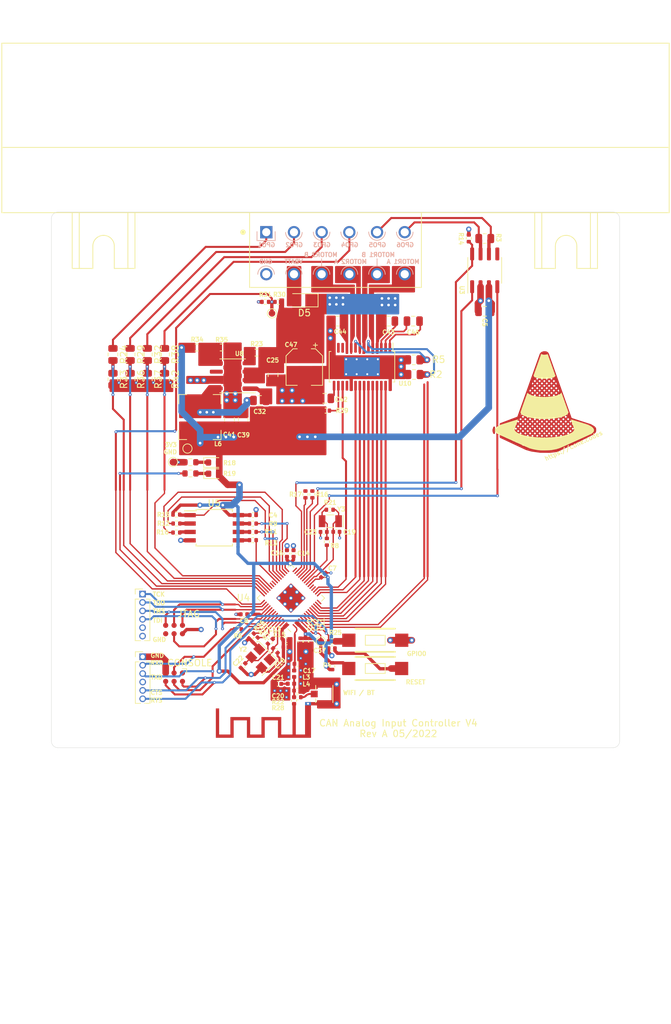
<source format=kicad_pcb>
(kicad_pcb (version 20211014) (generator pcbnew)
  (layers (0 "F.Cu" signal) (1 "In1.Cu" power) (2 "In2.Cu" power) (31 "B.Cu" signal) (34 "B.Paste" user) (35 "F.Paste" user) (36 "B.SilkS" user "B.Silkscreen") (37 "F.SilkS" user "F.Silkscreen") (38 "B.Mask" user) (39 "F.Mask" user) (44 "Edge.Cuts" user))
  (net 0 "")
  (net 1 "GND")
  (net 2 "/GPIO13")
  (net 3 "/SRC12")
  (net 4 "/MOTOR1_OUT1")
  (net 5 "/MOTOR1_OUT2")
  (net 6 "/MOTOR2_OUT1")
  (net 7 "/MOTOR2_OUT2")
  (net 8 "/DRV_RESET")
  (net 9 "/CP1")
  (net 10 "/CP2")
  (net 11 "Net-(C37-Pad1)")
  (net 12 "+3V3")
  (net 13 "/SRC34")
  (net 14 "/VBAT")
  (net 15 "/RF_ANT")
  (net 17 "/LNA_IN")
  (net 18 "/XTAL_P")
  (net 19 "/RTC_XTAL_P")
  (net 20 "/XTAL_N")
  (net 21 "/RTC_XTAL_N")
  (net 22 "/GPI4")
  (net 23 "/GPI3")
  (net 24 "/GPI2")
  (net 25 "/GPIO14")
  (net 26 "/USB_D_P")
  (net 27 "/USB_D_N")
  (net 28 "/MTMS")
  (net 29 "/MTCK")
  (net 30 "/MTDO")
  (net 31 "/MTDI")
  (net 32 "/CHIP_PU")
  (net 33 "/SPICS1")
  (net 34 "/RXD")
  (net 35 "Net-(R6-Pad2)")
  (net 36 "Net-(R7-Pad2)")
  (net 37 "/SPIHD")
  (net 38 "/SPIWP")
  (net 39 "/SPICLK")
  (net 40 "/SPIQ")
  (net 41 "/SPID")
  (net 42 "/SPICS0")
  (net 43 "/GPIO_USB_D_N")
  (net 44 "/GPIO_USB_D_P")
  (net 45 "Net-(AE2-Pad1)")
  (net 46 "/GPIO0_BOOTSTRAP")
  (net 47 "/GPIO45")
  (net 48 "/GPIO46")
  (net 49 "/GPIO3")
  (net 50 "/GPIO5")
  (net 51 "/GPI1")
  (net 52 "/GPIO10")
  (net 53 "/CAN_N")
  (net 54 "/CAN_P")
  (net 56 "/GPIO38")
  (net 57 "/TXD")
  (net 58 "Net-(C21-Pad2)")
  (net 59 "Net-(C42-Pad1)")
  (net 60 "Net-(C43-Pad1)")
  (net 61 "Net-(D2-Pad1)")
  (net 62 "Net-(D3-Pad1)")
  (net 63 "Net-(R8-Pad2)")
  (net 64 "Net-(R9-Pad2)")
  (net 65 "Net-(R10-Pad2)")
  (net 66 "Net-(R11-Pad2)")
  (net 67 "Net-(R12-Pad2)")
  (net 68 "Net-(R13-Pad2)")
  (net 70 "/GPIO_GPI2")
  (net 71 "/GPIO_GPI3")
  (net 72 "/GPIO_GPI4")
  (net 76 "/GPIO37")
  (net 77 "/GPIO36")
  (net 78 "/GPIO9")
  (net 79 "/RF_ANT_EXT")
  (net 80 "/CTS")
  (net 82 "/GPIO1")
  (net 83 "/GPIO_CAN_P")
  (net 84 "/GPIO7")
  (net 85 "/DRV_SLEEP")
  (net 87 "/GPIO2")
  (net 88 "/EN1")
  (net 89 "/GPIO_CAN_N")
  (net 90 "/GPIO21")
  (net 91 "/EN2")
  (net 92 "/EN3")
  (net 93 "/EN4")
  (net 97 "/BST")
  (net 98 "/SW")
  (net 99 "/PGOOD")
  (net 100 "/FB")
  (net 101 "/VIN")
  (footprint "Capacitor_SMD:C_0805_2012Metric" (layer "F.Cu") (at 55.535001 70.475 180)
    (fp_text reference "C32")
    (fp_text value "0.1uF")
  )
  (footprint "Inductor_SMD:L_Bourns-SRN6028" (layer "F.Cu") (at 46.48 72.98 -90)
    (fp_text reference "L6")
    (fp_text value "4.7uH")
  )
  (footprint "Capacitor_SMD:C_0805_2012Metric" (layer "F.Cu") (at 89.595001 57 180)
    (fp_text reference "C5")
    (fp_text value "10uF")
  )
  (footprint "Capacitor_SMD:C_0402_1005Metric" (layer "F.Cu") (at 53.008148 110.540574 -135)
    (fp_text reference "C22")
    (fp_text value "16pF")
  )
  (footprint "Capacitor_SMD:C_0402_1005Metric" (layer "F.Cu") (at 59.65 93.6 90)
    (fp_text reference "C16")
    (fp_text value "1uF")
  )
  (footprint "Package_SO:SOIC-8_3.9x4.9mm_P1.27mm" (layer "F.Cu") (at 89.585 50.805 90)
    (fp_text reference "U3")
    (fp_text value "SN65HVD230")
  )
  (footprint "Capacitor_SMD:C_0402_1005Metric" (layer "F.Cu") (at 58.3 113.3)
    (fp_text reference "C21")
    (fp_text value "2pF")
  )
  (footprint "Resistor_SMD:R_0805_2012Metric" (layer "F.Cu") (at 41.119454 67.275248 -90)
    (fp_text reference "R42")
    (fp_text value "R_Small")
  )
  (footprint "Resistor_SMD:R_0805_2012Metric" (layer "F.Cu") (at 38.519452 67.275248 -90)
    (fp_text reference "R37")
    (fp_text value "R_Small")
  )
  (footprint "Capacitor_SMD:C_0402_1005Metric" (layer "F.Cu") (at 57.89 108.27 -45)
    (fp_text reference "C18")
    (fp_text value "16pF")
  )
  (footprint "Resistor_SMD:R_0603_1608Metric" (layer "F.Cu") (at 46.005 62.475)
    (fp_text reference "R34")
    (fp_text value "31k6")
  )
  (footprint "Connector_PinHeader_1.27mm:PinHeader_1x06_P1.27mm_Vertical" (layer "F.Cu") (at 37.82 109.21)
    (fp_text reference "J6" hide)
    (fp_text value "CONSOLE")
  )
  (footprint "Capacitor_SMD:CP_Elec_5x5.3" (layer "F.Cu") (at 62.275 65.424999 -90)
    (fp_text reference "C47")
    (fp_text value "10uF")
  )
  (footprint "Resistor_SMD:R_0805_2012Metric" (layer "F.Cu") (at 41.119454 63.515248 -90)
    (fp_text reference "R38")
    (fp_text value "R_Small")
  )
  (footprint "Resistor_SMD:R_0402_1005Metric" (layer "F.Cu") (at 54.28 106.06 -135)
    (fp_text reference "R26")
    (fp_text value "10k")
  )
  (footprint "Resistor_SMD:R_0402_1005Metric" (layer "F.Cu") (at 56.375 55.574999 180)
    (fp_text reference "R31")
    (fp_text value "10k")
  )
  (footprint "Capacitor_SMD:C_0805_2012Metric" (layer "F.Cu") (at 78.765001 58.485 180)
    (fp_text reference "C46")
    (fp_text value "0.01uF")
  )
  (footprint "Package_SO:SOIC-8W_5.3x5.3mm_P1.27mm" (layer "F.Cu") (at 48.648163 89.707086)
    (fp_text reference "U5")
    (fp_text value "W25Q128JVS")
  )
  (footprint "Connector:Tag-Connect_TC2030-IDC-NL_2x03_P1.27mm_Vertical" (layer "F.Cu") (at 42.57 105.09)
    (fp_text reference "TC4" hide)
    (fp_text value "TC2030-IDC")
  )
  (footprint "Resistor_SMD:R_0402_1005Metric" (layer "F.Cu") (at 65.69 91.83 -90)
    (fp_text reference "R8")
    (fp_text value "0R")
  )
  (footprint "Capacitor_SMD:C_0402_1005Metric" (layer "F.Cu") (at 65.211644 90.339382 180)
    (fp_text reference "C23")
    (fp_text value "10pF")
  )
  (footprint "ConeCodes:HRS_U.FL-R-SMT-1(10)" (layer "F.Cu") (at 65.305 114.83 -90)
    (fp_text reference "J7" hide)
    (fp_text value "U.FL-R-SMT-1(10)")
  )
  (footprint "Resistor_SMD:R_0402_1005Metric" (layer "F.Cu") (at 54.869376 106.660624 -135)
    (fp_text reference "R27")
    (fp_text value "10k")
  )
  (footprint "Resistor_SMD:R_0805_2012Metric" (layer "F.Cu") (at 78.839999 64.33)
    (fp_text reference "R5")
    (fp_text value "R_Small")
  )
  (footprint "Capacitor_SMD:C_0805_2012Metric" (layer "F.Cu") (at 75.035 58.485 180)
    (fp_text reference "C43")
    (fp_text value "0.1uF")
  )
  (footprint "TestPoint:TestPoint_Pad_D1.0mm" (layer "F.Cu") (at 57.385 57.305)
    (fp_text reference "TP3" hide)
    (fp_text value "VBAT_SENSE")
  )
  (footprint "Resistor_SMD:R_0402_1005Metric" (layer "F.Cu") (at 65.57 72.01)
    (fp_text reference "R39")
    (fp_text value "10k")
  )
  (footprint "Resistor_SMD:R_0805_2012Metric" (layer "F.Cu") (at 33.319453 67.275248 -90)
    (fp_text reference "R33")
    (fp_text value "R_Small")
  )
  (footprint "Resistor_SMD:R_0805_2012Metric" (layer "F.Cu") (at 35.919452 63.515248 -90)
    (fp_text reference "R29")
    (fp_text value "R_Small")
  )
  (footprint "Inductor_SMD:L_0402_1005Metric" (layer "F.Cu") (at 60.74 111.77 -90)
    (fp_text reference "L3")
    (fp_text value "2nH")
  )
  (footprint "Capacitor_SMD:C_0402_1005Metric" (layer "F.Cu") (at 61.69 106.9 -90)
    (fp_text reference "C10")
    (fp_text value "0.1uF")
  )
  (footprint "Resistor_SMD:R_0402_1005Metric" (layer "F.Cu") (at 42.92 87.72)
    (fp_text reference "R15")
    (fp_text value "100k")
  )
  (footprint "Resistor_SMD:R_0402_1005Metric" (layer "F.Cu") (at 61.24 115.32 180)
    (fp_text reference "R28")
    (fp_text value "0R")
  )
  (footprint "RF_Antenna:Texas_SWRA117D_2.4GHz_Right" (layer "F.Cu") (at 60.74 116.305 180)
    (fp_text reference "AE2" hide)
    (fp_text value "PCB_ANT")
  )
  (footprint "Diode_SMD:D_SOD-123F" (layer "F.Cu") (at 62.1625 55.33 180)
    (fp_text reference "D5")
    (fp_text value "D_Small")
  )
  (footprint "ConeCodes:QFN-56" (layer "F.Cu") (at 60.25 100.34 135)
    (fp_text reference "U4")
    (fp_text value "ESP32-S3R2")
  )
  (footprint "ConeCodes:TE_DTM13-12PA-R008" (layer "F.Cu") (at 67 47 180)
    (fp_text reference "J4" hide)
    (fp_text value "DTM13-12PA-R008")
  )
  (footprint "Capacitor_SMD:C_0805_2012Metric" (layer "F.Cu") (at 53.025 73.355 90)
    (fp_text reference "C39")
    (fp_text value "22uF")
  )
  (footprint "Capacitor_SMD:C_0402_1005Metric" (layer "F.Cu") (at 59.58 106.71)
    (fp_text reference "C13")
    (fp_text value "1uF")
  )
  (footprint "Inductor_SMD:L_0402_1005Metric" (layer "F.Cu") (at 60.26 113.28 180)
    (fp_text reference "L4")
    (fp_text value "2.2nH")
  )
  (footprint "Resistor_SMD:R_0402_1005Metric" (layer "F.Cu") (at 66.51 110.63 -90)
    (fp_text reference "R4")
    (fp_text value "10k")
  )
  (footprint "Package_SO:SOIC-8-1EP_3.9x4.9mm_P1.27mm_EP2.29x3mm" (layer "F.Cu") (at 51.435 66.755 180)
    (fp_text reference "U8")
    (fp_text value "ADP2303ARDZ-3.3")
  )
  (footprint "TestPoint:TestPoint_Pad_D1.0mm" (layer "F.Cu") (at 42.41 79.77)
    (fp_text reference "TP4" hide)
    (fp_text value "3V3OUT")
  )
  (footprint "ConeCodes:SW_RS-032G05A3-SMRT" (layer "F.Cu") (at 73.02 106.71)
    (fp_text reference "SW3" hide)
    (fp_text value "SW_Push")
  )
  (footprint "Resistor_SMD:R_0603_1608Metric" (layer "F.Cu") (at 45.047499 81.500001 180)
    (fp_text reference "R19")
    (fp_text value "240R")
  )
  (footprint "Resistor_SMD:R_0402_1005Metric" (layer "F.Cu") (at 42.94 89.07 180)
    (fp_text reference "R12")
    (fp_text value "0R")
  )
  (footprint "Resistor_SMD:R_0402_1005Metric" (layer "F.Cu") (at 52.24 105.05)
    (fp_text reference "R6")
    (fp_text value "499R")
  )
  (footprint "logos:cone" (layer "F.Cu") (at 98.62 70.73)
    (fp_text reference "G***" hide)
    (fp_text value "LOGO" hide)
  )
  (footprint "Resistor_SMD:R_0402_1005Metric" (layer "F.Cu") (at 60.73 115.81 90)
    (fp_text reference "R22")
    (fp_text value "0R")
  )
  (footprint "ConeCodes:SW_RS-032G05A3-SMRT" (layer "F.Cu") (at 73.01 110.98)
    (fp_text reference "SW2" hide)
    (fp_text value "SW_Push")
  )
  (footprint "Resistor_SMD:R_0402_1005Metric" (layer "F.Cu") (at 42.923164 90.432087 180)
    (fp_text reference "R10")
    (fp_text value "0R")
  )
  (footprint "LED_SMD:LED_0603_1608Metric" (layer "F.Cu") (at 48.542498 79.85)
    (fp_text reference "D2" hide)
    (fp_text value "GRN")
  )
  (footprint "Resistor_SMD:R_0603_1608Metric" (layer "F.Cu") (at 55.045 63.245 180)
    (fp_text reference "R23")
    (fp_text value "10k")
  )
  (footprint "Resistor_SMD:R_0603_1608Metric" (layer "F.Cu") (at 49.775 62.465)
    (fp_text reference "R35")
    (fp_text value "10k2")
  )
  (footprint "Resistor_SMD:R_0402_1005Metric" (layer "F.Cu") (at 62.45 84.67 90)
    (fp_text reference "R17")
    (fp_text value "0R")
  )
  (footprint "Resistor_SMD:R_0402_1005Metric" (layer "F.Cu") (at 54.483163 89.082087)
    (fp_text reference "R9")
    (fp_text value "0R")
  )
  (footprint "Capacitor_SMD:C_0402_1005Metric" (layer "F.Cu") (at 54.503164 87.797088)
    (fp_text reference "C4")
    (fp_text value "0.1uF")
  )
  (footprint "Capacitor_SMD:C_0402_1005Metric" (layer "F.Cu") (at 60.649998 93.599998 90)
    (fp_text reference "C14")
    (fp_text value "0.1uF")
  )
  (footprint "Resistor_SMD:R_0603_1608Metric" (layer "F.Cu") (at 45.037499 79.81 180)
    (fp_text reference "R18")
    (fp_text value "240R")
  )
  (footprint "Resistor_SMD:R_0402_1005Metric" (layer "F.Cu") (at 66.130001 86.987696 180)
    (fp_text reference "R21")
    (fp_text value "DNP")
  )
  (footprint "Resistor_SMD:R_0402_1005Metric" (layer "F.Cu") (at 57.13 106.88 45)
    (fp_text reference "R7")
    (fp_text value "0R")
  )
  (footprint "Capacitor_SMD:C_0402_1005Metric" (layer "F.Cu") (at 65.180741 96.858107 45)
    (fp_text reference "C7")
    (fp_text value "0.1uF")
  )
  (footprint "Resistor_SMD:R_0402_1005Metric" (layer "F.Cu") (at 58.345 55.574999 180)
    (fp_text reference "R30")
    (fp_text value "36k")
  )
  (footprint "Capacitor_SMD:C_0402_1005Metric" (layer "F.Cu") (at 62.51 106.9 -90)
    (fp_text reference "C12")
    (fp_text value "10uF")
  )
  (footprint "Resistor_SMD:R_0402_1005Metric" (layer "F.Cu") (at 66.46 106.87)
    (fp_text reference "R25")
    (fp_text value "10k")
  )
  (footprint "Resistor_SMD:R_0402_1005Metric" (layer "F.Cu") (at 63.5 84.67 90)
    (fp_text reference "R16")
    (fp_text value "0R")
  )
  (footprint "Resistor_SMD:R_0805_2012Metric" (layer "F.Cu") (at 33.319452 63.515248 -90)
    (fp_text reference "R24")
    (fp_text value "R_Small")
  )
  (footprint "Capacitor_SMD:C_0402_1005Metric" (layer "F.Cu") (at 67.134142 90.32524)
    (fp_text reference "C19")
    (fp_text value "10pF")
  )
  (footprint "Capacitor_SMD:C_0402_1005Metric" (layer "F.Cu") (at 66.43 107.93 180)
    (fp_text reference "C37")
    (fp_text value "1uF")
  )
  (footprint "Capacitor_SMD:C_0402_1005Metric" (layer "F.Cu") (at 61.26 110.28 180)
    (fp_text reference "C17")
    (fp_text value "4.6pF")
  )
  (footprint "Resistor_SMD:R_0805_2012Metric" (layer "F.Cu") (at 78.88 66.55)
    (fp_text reference "R2")
    (fp_text value "R_Small")
  )
  (footprint "Capacitor_SMD:C_0805_2012Metric" (layer "F.Cu") (at 57.555 66.605 90)
    (fp_text reference "C25")
    (fp_text value "10uF")
  )
  (footprint "TestPoint:TestPoint_Pad_D1.0mm" (layer "F.Cu") (at 64.77 106.87 45)
    (fp_text reference "TP2" hide)
    (fp_text value "CHIP_PU")
  )
  (footprint "Crystal:Crystal_SMD_MicroCrystal_CC7V-T1A-2Pin_3.2x1.5mm" (layer "F.Cu") (at 66.220001 88.717695 180)
    (fp_text reference "Y3")
    (fp_text value "32.7k")
  )
  (footprint "Resistor_SMD:R_0402_1005Metric" (layer "F.Cu") (at 54.483164 90.342086)
    (fp_text reference "R11")
    (fp_text value "0R")
  )
  (footprint "Resistor_SMD:R_0805_2012Metric" (layer "F.Cu") (at 35.919452 67.275248 -90)
    (fp_text reference "R36")
    (fp_text value "R_Small")
  )
  (footprint "Resistor_SMD:R_0402_1005Metric" (layer "F.Cu") (at 54.483162 91.582088)
    (fp_text reference "R13")
    (fp_text value "0R")
  )
  (footprint "Resistor_SMD:R_0805_2012Metric" (layer "F.Cu") (at 38.519452 63.515248 -90)
    (fp_text reference "R32")
    (fp_text value "R_Small")
  )
  (footprint "Capacitor_SMD:C_0402_1005Metric" (layer "F.Cu") (at 63.34 106.9 -90)
    (fp_text reference "C11")
    (fp_text value "1uF")
  )
  (footprint "TestPoint:TestPoint_Pad_D1.0mm" (layer "F.Cu") (at 44.595 77.735)
    (fp_text reference "TP7" hide)
    (fp_text value "3V3OUT")
  )
  (footprint "LED_SMD:LED_0603_1608Metric" (layer "F.Cu") (at 48.552498 81.539999)
    (fp_text reference "D3" hide)
    (fp_text value "RED")
  )
  (footprint "Capacitor_SMD:C_0805_2012Metric" (layer "F.Cu") (at 50.955 73.355 90)
    (fp_text reference "C41")
    (fp_text value "22uF")
  )
  (footprint "Connector_PinHeader_1.27mm:PinHeader_1x06_P1.27mm_Vertical" (layer "F.Cu") (at 37.8 99.73)
    (fp_text reference "J8" hide)
    (fp_text value "JTAG")
  )
  (footprint "Connector:Tag-Connect_TC2030-IDC-NL_2x03_P1.27mm_Vertical" (layer "F.Cu") (at 42.57 112.29 180)
    (fp_text reference "TC2" hide)
    (fp_text value "TC2030-IDC")
  )
  (footprint "Package_SO:HTSSOP-28-1EP_4.4x9.7mm_P0.65mm_EP2.85x5.4mm_ThermalVias" (layer "F.Cu") (at 71.0065 65.375 -90)
    (fp_text reference "U10")
    (fp_text value "DRV8844PWP")
  )
  (footprint "Resistor_SMD:R_0402_1005Metric" (layer "F.Cu") (at 87.17 45.96 90)
    (fp_text reference "R14")
    (fp_text value "1k")
  )
  (footprint "Capacitor_SMD:C_0805_2012Metric" (layer "F.Cu") (at 65.345 70.154999 180)
    (fp_text reference "C42")
    (fp_text value "0.47uF")
  )
  (footprint "Capacitor_SMD:C_0805_2012Metric" (layer "F.Cu") (at 67.325 58.485 180)
    (fp_text reference "C44")
    (fp_text value "10uF")
  )
  (footprint "Capacitor_SMD:C_0402_1005Metric" (layer "F.Cu") (at 59.59 107.74)
    (fp_text reference "C15")
    (fp_text value "10uF")
  )
  (footprint "Crystal:Crystal_SMD_3225-4Pin_3.2x2.5mm" (layer "F.Cu") (at 55.64 109.46 135)
    (fp_text reference "Y2")
    (fp_text value "40MHZ")
  )
  (footprint "Resistor_SMD:R_0805_2012Metric" (layer "F.Cu") (at 89.59 45.999999 180)
    (fp_text reference "R3")
    (fp_text value "120,DNF")
  )
  (footprint "Capacitor_SMD:C_0402_1005Metric" (layer "F.Cu") (at 53.145 102.79 180)
    (fp_text reference "C8")
    (fp_text value "0.1uF")
  )
  (footprint "Capacitor_SMD:C_0402_1005Metric" (layer "F.Cu") (at 61.21 114.32 180)
    (fp_text reference "C20")
    (fp_text value "4pF")
  )
  (gr_line (start 64.89 50.16) (end 64.9 49.07) (layer "B.SilkS") (width 0.12))
  (gr_line (start 57.87 44.96) (end 57.87 46.31) (layer "B.SilkS") (width 0.12))
  (gr_arc (start 72.02 51.41) (mid 73.27 50.16) (end 74.52 51.41) (layer "B.SilkS") (width 0.12))
  (gr_arc (start 61.95 45.08) (mid 60.7 46.33) (end 59.45 45.08) (layer "B.SilkS") (width 0.12))
  (gr_arc (start 67.85 51.41) (mid 69.1 50.16) (end 70.35 51.41) (layer "B.SilkS") (width 0.12))
  (gr_arc (start 59.45 51.38) (mid 60.7 50.13) (end 61.95 51.38) (layer "B.SilkS") (width 0.12))
  (gr_line (start 73.29 50.16) (end 73.29 49.06) (layer "B.SilkS") (width 0.12))
  (gr_arc (start 74.53 45.01) (mid 73.28 46.26) (end 72.03 45.01) (layer "B.SilkS") (width 0.12))
  (gr_arc (start 76.23 51.4) (mid 77.48 50.15) (end 78.73 51.4) (layer "B.SilkS") (width 0.12))
  (gr_arc (start 63.64 51.41) (mid 64.89 50.16) (end 66.14 51.41) (layer "B.SilkS") (width 0.12))
  (gr_arc (start 70.31 45.01) (mid 69.06 46.26) (end 67.81 45.01) (layer "B.SilkS") (width 0.12))
  (gr_arc (start 78.73 45.03) (mid 77.48 46.28) (end 76.23 45.03) (layer "B.SilkS") (width 0.12))
  (gr_line (start 55.12 46.31) (end 55.12 44.96) (layer "B.SilkS") (width 0.12))
  (gr_arc (start 66.15 45.03) (mid 64.9 46.28) (end 63.65 45.03) (layer "B.SilkS") (width 0.12))
  (gr_line (start 57.87 46.31) (end 55.12 46.31) (layer "B.SilkS") (width 0.12))
  (gr_arc (start 55.24 51.4) (mid 56.49 50.15) (end 57.74 51.4) (layer "B.SilkS") (width 0.12))
  (gr_arc (start 25.000001 122.95) (mid 24.292893 122.657107) (end 24 121.95) (layer "Edge.Cuts") (width 0.05))
  (gr_line (start 110 43) (end 110 121.949999) (layer "Edge.Cuts") (width 0.05))
  (gr_arc (start 24 43) (mid 24.292893 42.292893) (end 25 42) (layer "Edge.Cuts") (width 0.05))
  (gr_line (start 25 42) (end 109 42) (layer "Edge.Cuts") (width 0.05))
  (gr_arc (start 109 42) (mid 109.707107 42.292893) (end 110 43) (layer "Edge.Cuts") (width 0.05))
  (gr_line (start 25.000001 122.95) (end 109 122.95) (layer "Edge.Cuts") (width 0.05))
  (gr_arc (start 110 121.949999) (mid 109.707107 122.657107) (end 109 122.95) (layer "Edge.Cuts") (width 0.05))
  (gr_line (start 24 121.95) (end 24 43) (layer "Edge.Cuts") (width 0.05))
  (gr_text "GPO1" (at 56.55 46.96) (layer "B.SilkS") (effects (font (size 0.65 0.65)) (justify mirror)))
  (gr_text "VBATT" (at 60.66 49.49) (layer "B.SilkS") (effects (font (size 0.65 0.65)) (justify mirror)))
  (gr_text "MOTOR1 B" (at 73.46 48.45) (layer "B.SilkS") (effects (font (size 0.65 0.65)) (justify mirror)))
  (gr_text "GND" (at 56.44 49.5) (layer "B.SilkS") (effects (font (size 0.65 0.65)) (justify mirror)))
  (gr_text "GPO5" (at 73.342 46.96) (layer "B.SilkS") (effects (font (size 0.65 0.65)) (justify mirror)))
  (gr_text "MOTOR2 A" (at 69.27 49.5) (layer "B.SilkS") (effects (font (size 0.65 0.65)) (justify mirror)))
  (gr_text "MOTOR2 B" (at 64.77 48.45) (layer "B.SilkS") (effects (font (size 0.65 0.65)) (justify mirror)))
  (gr_text "GPO3" (at 64.946 46.96) (layer "B.SilkS") (effects (font (size 0.65 0.65)) (justify mirror)))
  (gr_text "MOTOR1 A" (at 77.22 49.5) (layer "B.SilkS") (effects (font (size 0.65 0.65)) (justify mirror)))
  (gr_text "GPO2" (at 60.748 46.96) (layer "B.SilkS") (effects (font (size 0.65 0.65)) (justify mirror)))
  (gr_text "GPO6" (at 77.54 46.96) (layer "B.SilkS") (effects (font (size 0.65 0.65)) (justify mirror)))
  (gr_text "GPO4" (at 69.144 46.96) (layer "B.SilkS") (effects (font (size 0.65 0.65)) (justify mirror)))
  (gr_text "RXD" (at 39.989048 110.13) (layer "F.SilkS") (effects (font (size 0.65 0.65))))
  (gr_text "TXD" (at 39.911667 112.31) (layer "F.SilkS") (effects (font (size 0.65 0.65))))
  (gr_text "WIFI / BT" (at 70.53 114.64) (layer "F.SilkS") (effects (font (size 0.65 0.65))))
  (gr_text "JTAG" (at 44.785714 102.73) (layer "F.SilkS") (effects (font (size 1 1))))
  (gr_text "TDO" (at 40.265476 101.05) (layer "F.SilkS") (effects (font (size 0.65 0.65))))
  (gr_text "CAN Analog Input Controller V4\nRev A 05/2022" (at 76.51 120.03) (layer "F.SilkS") (effects (font (size 1 1))))
  (gr_text "RTS" (at 39.911667 115.79) (layer "F.SilkS") (effects (font (size 0.65 0.65))))
  (gr_text "CONSOLE" (at 44.94 110.13) (layer "F.SilkS") (effects (font (size 1 1))))
  (gr_text "TCK" (at 40.25 99.77) (layer "F.SilkS") (effects (font (size 0.65 0.65))))
  (gr_text "CTS" (at 39.911667 114.62) (layer "F.SilkS") (effects (font (size 0.65 0.65))))
  (gr_text "GPIO0" (at 79.28 108.74) (layer "F.SilkS") (effects (font (size 0.65 0.65))))
  (gr_text "GND" (at 40.02 109.02) (layer "F.SilkS") (effects (font (size 0.65 0.65))))
  (gr_text "TDI" (at 40.079762 103.72) (layer "F.SilkS") (effects (font (size 0.65 0.65))))
  (gr_text "GND" (at 40.342857 106.62) (layer "F.SilkS") (effects (font (size 0.65 0.65))))
  (gr_text "TMS" (at 40.280952 102.33) (layer "F.SilkS") (effects (font (size 0.65 0.65))))
  (gr_text "3V3" (at 42.07 77.17) (layer "F.SilkS") (effects (font (size 0.65 0.65))))
  (gr_text "GND" (at 42 78.27) (layer "F.SilkS") (effects (font (size 0.65 0.65))))
  (gr_text "RESET" (at 79.13 113.03) (layer "F.SilkS") (effects (font (size 0.65 0.65))))
  (gr_text "https://cone.codes" (at 103.037532 77.31 25) (layer "F.SilkS") (effects (font (size 0.65 0.65) (thickness 0.125))))
  (segment (start 58.52 109.39) (end 58.52 109.9) (width 0.3058) (layer "F.Cu") (net 1))
  (segment (start 53.919376 106.420624) (end 53.25 107.09) (width 0.5) (layer "F.Cu") (net 1))
  (segment (start 62.49 110.28) (end 62.5 110.29) (width 0.3058) (layer "F.Cu") (net 1))
  (segment (start 65.305 113.355) (end 67.165 113.355) (width 1) (layer "F.Cu") (net 1))
  (segment (start 35.919452 67.785248) (end 36.815248 67.785248) (width 0.3058) (layer "F.Cu") (net 1))
  (segment (start 51.94 102.79) (end 52.665 102.79) (width 0.5) (layer "F.Cu") (net 1))
  (segment (start 38.519452 67.785248) (end 39.424752 67.785248) (width 0.3058) (layer "F.Cu") (net 1))
  (segment (start 62.84 116.305) (end 65.305 116.305) (width 0.5) (layer "F.Cu") (net 1))
  (segment (start 54.983164 87.293164) (end 54.983164 87.797088) (width 0.5) (layer "F.Cu") (net 1))
  (segment (start 34.205248 67.785248) (end 34.22 67.8) (width 0.3058) (layer "F.Cu") (net 1))
  (segment (start 67.165 113.355) (end 67.17 113.35) (width 1) (layer "F.Cu") (net 1))
  (segment (start 60.649998 92.449242) (end 60.630378 92.429622) (width 0.5) (layer "F.Cu") (net 1))
  (segment (start 54.98 87.29) (end 54.983164 87.293164) (width 0.5) (layer "F.Cu") (net 1))
  (segment (start 66.449906 109.041281) (end 65.95 108.541375) (width 0.5) (layer "F.Cu") (net 1))
  (segment (start 65.520152 96.518696) (end 66.288696 96.518696) (width 0.2) (layer "F.Cu") (net 1))
  (segment (start 58.229411 108.609411) (end 58.229411 109.099411) (width 0.3058) (layer "F.Cu") (net 1))
  (segment (start 54.98 86.97) (end 54.98 87.29) (width 0.5) (layer "F.Cu") (net 1))
  (segment (start 87.168003 44.958003) (end 87.17 44.96) (width 0.5) (layer "F.Cu") (net 1))
  (segment (start 41.3 109.82) (end 40.69 109.21) (width 1) (layer "F.Cu") (net 1))
  (segment (start 78.55 106.71) (end 75.29 106.71) (width 1) (layer "F.Cu") (net 1))
  (segment (start 67.165 116.305) (end 65.305 116.305) (width 1) (layer "F.Cu") (net 1))
  (segment (start 59.65 93.12) (end 59.65 92.44902) (width 0.5) (layer "F.Cu") (net 1))
  (segment (start 88.5575 57) (end 88.5575 55.7875) (width 1) (layer "F.Cu") (net 1))
  (segment (start 54.24 111.88) (end 54.775635 111.88) (width 0.5) (layer "F.Cu") (net 1))
  (segment (start 36.815248 67.785248) (end 36.83 67.8) (width 0.3058) (layer "F.Cu") (net 1))
  (segment (start 43.84 105.725) (end 44.475 105.09) (width 0.5) (layer "F.Cu") (net 1))
  (segment (start 61.74 110.28) (end 62.49 110.28) (width 0.3058) (layer "F.Cu") (net 1))
  (segment (start 67.17 116.31) (end 67.165 116.305) (width 1) (layer "F.Cu") (net 1))
  (segment (start 43.582086 91.612086) (end 43.58 91.61) (width 0.5) (layer "F.Cu") (net 1))
  (segment (start 40.69 109.21) (end 37.82 109.21) (width 1) (layer "F.Cu") (net 1))
  (segment (start 88.5575 55.7875) (end 88.945 55.399999) (width 1) (layer "F.Cu") (net 1))
  (segment (start 44.475 105.09) (end 46.66 105.09) (width 0.5) (layer "F.Cu") (net 1))
  (segment (start 55.463223 107.964471) (end 53.919376 106.420624) (width 0.5) (layer "F.Cu") (net 1))
  (segment (start 54.24 111.88) (end 54.22 111.9) (width 0.5) (layer "F.Cu") (net 1))
  (segment (start 42.014752 67.785248) (end 42.02 67.78) (width 0.3058) (layer "F.Cu") (net 1))
  (segment (start 33.319453 67.785248) (end 34.205248 67.785248) (width 0.3058) (layer "F.Cu") (net 1))
  (segment (start 62.19 114.32) (end 63.155 113.355) (width 0.5) (layer "F.Cu") (net 1))
  (segment (start 41.119454 67.785248) (end 42.014752 67.785248) (width 0.3058) (layer "F.Cu") (net 1))
  (segment (start 61.69 114.32) (end 62.19 114.32) (width 0.5) (layer "F.Cu") (net 1))
  (segment (start 88.950001 53.28) (end 88.95 55.395) (width 1) (layer "F.Cu") (net 1))
  (segment (start 44.124999 79.81) (end 43.24 79.81) (width 1) (layer "F.Cu") (net 1))
  (segment (start 45.048163 91.612086) (end 43.582086 91.612086) (width 0.5) (layer "F.Cu") (net 1))
  (segment (start 54.775635 111.88) (end 55.816777 110.838858) (width 0.5) (layer "F.Cu") (net 1))
  (segment (start 41.3 111.655) (end 41.3 109.82) (width 1) (layer "F.Cu") (net 1))
  (segment (start 56.94 111.48) (end 56.457919 111.48) (width 0.3058) (layer "F.Cu") (net 1))
  (segment (start 58.52 109.9) (end 56.94 111.48) (width 0.3058) (layer "F.Cu") (net 1))
  (segment (start 64.731644 91.231644) (end 64.75 91.25) (width 0.2) (layer "F.Cu") (net 1))
  (segment (start 65.95 108.541375) (end 65.95 107.93) (width 0.5) (layer "F.Cu") (net 1))
  (segment (start 39.424752 67.785248) (end 39.43 67.78) (width 0.3058) (layer "F.Cu") (net 1))
  (segment (start 63.155 113.355) (end 65.305 113.355) (width 0.5) (layer "F.Cu") (net 1))
  (segment (start 67.614142 91.234142) (end 67.63 91.25) (width 0.2) (layer "F.Cu") (net 1))
  (segment (start 58.229411 109.099411) (end 58.52 109.39) (width 0.3058) (layer "F.Cu") (net 1))
  (segment (start 56.457919 111.48) (end 55.816777 110.838858) (width 0.3058) (layer "F.Cu") (net 1))
  (segment (start 54.22 111.9) (end 53.7 111.9) (width 0.5) (layer "F.Cu") (net 1))
  (segment (start 87.168002 44.588003) (end 87.168003 44.958003) (width 0.5) (layer "F.Cu") (net 1))
  (segment (start 55.344999 55.574999) (end 55.34 55.57) (width 0.5) (layer "F.Cu") (net 1))
  (segment (start 66.288696 96.518696) (end 66.31 96.54) (width 0.2) (layer "F.Cu") (net 1))
  (segment (start 88.95 55.395) (end 88.945 55.399999) (width 1) (layer "F.Cu") (net 1))
  (segment (start 64.731644 90.339382) (end 64.731644 91.231644) (width 0.2) (layer "F.Cu") (net 1))
  (segment (start 55.865 55.574999) (end 55.344999 55.574999) (width 0.5) (layer "F.Cu") (net 1))
  (segment (start 53.7 111.9) (end 52.679985 110.879985) (width 0.5) (layer "F.Cu") (net 1))
  (segment (start 67.614142 90.32524) (end 67.614142 91.234142) (width 0.2) (layer "F.Cu") (net 1))
  (segment (start 60.06 106.71) (end 60.06 108.43) (width 0.5) (layer "F.Cu") (net 1))
  (segment (start 59.65 92.44902) (end 59.66902 92.43) (width 0.5) (layer "F.Cu") (net 1))
  (segment (start 43.24 79.81) (end 42.4 79.81) (width 1) (layer "F.Cu") (net 1))
  (segment (start 87.17 44.96) (end 87.17 45.449999) (width 0.5) (layer "F.Cu") (net 1))
  (segment (start 60.649998 93.119998) (end 60.649998 92.449242) (width 0.5) (layer "F.Cu") (net 1))
  (via (at 59.89 110.31) (size 0.45) (drill 0.2) (layers "F.Cu" "B.Cu") (net 1))
  (via (at 47.06 67.42) (size 0.8) (drill 0.4) (layers "F.Cu" "B.Cu") (net 1))
  (via (at 62.52 108.43) (size 0.8) (drill 0.4) (layers "F.Cu" "B.Cu") (net 1))
  (via (at 67.17 116.31) (size 0.8) (drill 0.4) (layers "F.Cu" "B.Cu") (net 1))
  (via (at 46.06 67.42) (size 0.8) (drill 0.4) (layers "F.Cu" "B.Cu") (net 1))
  (via (at 66.23 59.95) (size 0.8) (drill 0.4) (layers "F.Cu" "B.Cu") (net 1))
  (via (at 87.168002 44.588003) (size 0.8) (drill 0.4) (layers "F.Cu" "B.Cu") (net 1))
  (via (at 59.66902 92.43) (size 0.8) (drill 0.4) (layers "F.Cu" "B.Cu") (net 1))
  (via (at 66.31 96.54) (size 0.45) (drill 0.2) (layers "F.Cu" "B.Cu") (net 1))
  (via (at 60.43 70.55) (size 0.8) (drill 0.4) (layers "F.Cu" "B.Cu") (net 1))
  (via (at 45.06 67.42) (size 0.8) (drill 0.4) (layers "F.Cu" "B.Cu") (net 1))
  (via (at 43.24 79.81) (size 0.45) (drill 0.2) (layers "F.Cu" "B.Cu") (net 1))
  (via (at 67.63 91.25) (size 0.45) (drill 0.2) (layers "F.Cu" "B.Cu") (net 1))
  (via (at 59.58 114.33) (size 0.45) (drill 0.2) (layers "F.Cu" "B.Cu") (net 1))
  (via (at 39.43 67.78) (size 0.45) (drill 0.2) (layers "F.Cu" "B.Cu") (net 1))
  (via (at 61.73 112.26) (size 0.45) (drill 0.2) (layers "F.Cu" "B.Cu") (net 1))
  (via (at 55.34 55.57) (size 0.45) (drill 0.2) (layers "F.Cu" "B.Cu") (net 1))
  (via (at 88.945 55.399999) (size 0.8) (drill 0.4) (layers "F.Cu" "B.Cu") (net 1))
  (via (at 66.449906 109.041281) (size 0.8) (drill 0.4) (layers "F.Cu" "B.Cu") (net 1))
  (via (at 58.93 70.55) (size 0.8) (drill 0.4) (layers "F.Cu" "B.Cu") (net 1))
  (via (at 59.89 112.28) (size 0.45) (drill 0.2) (layers "F.Cu" "B.Cu") (net 1))
  (via (at 64.75 91.25) (size 0.45) (drill 0.2) (layers "F.Cu" "B.Cu") (net 1))
  (via (at 76.93 64.35) (size 0.8) (drill 0.4) (layers "F.Cu" "B.Cu") (net 1))
  (via (at 67.17 113.35) (size 0.8) (drill 0.4) (layers "F.Cu" "B.Cu") (net 1))
  (via (at 59.89 111.29) (size 0.45) (drill 0.2) (layers "F.Cu" "B.Cu") (net 1))
  (via (at 50.53 69.45) (size 0.8) (drill 0.4) (layers "F.Cu" "B.Cu") (net 1))
  (via (at 46.66 105.09) (size 0.8) (drill 0.4) (layers "F.Cu" "B.Cu") (net 1))
  (via (at 75.29 106.71) (size 0.8) (drill 0.4) (layers "F.Cu" "B.Cu") (net 1))
  (via (at 61.73 113.27) (size 0.45) (drill 0.2) (layers "F.Cu" "B.Cu") (net 1))
  (via (at 78.55 106.71) (size 0.8) (drill 0.4) (layers "F.Cu" "B.Cu") (net 1))
  (via (at 59.9 109.45) (size 0.45) (drill 0.2) (layers "F.Cu" "B.Cu") (net 1))
  (via (at 50.53 70.45) (size 0.8) (drill 0.4) (layers "F.Cu" "B.Cu") (net 1))
  (via (at 60.06 108.43) (size 0.8) (drill 0.4) (layers "F.Cu" "B.Cu") (net 1))
  (via (at 61.74 111.27) (size 0.45) (drill 0.2) (layers "F.Cu" "B.Cu") (net 1))
  (via (at 34.22 67.8) (size 0.45) (drill 0.2) (layers "F.Cu" "B.Cu") (net 1))
  (via (at 76.93 65.35) (size 0.8) (drill 0.4) (layers "F.Cu" "B.Cu") (net 1))
  (via (at 54.98 86.97) (size 0.8) (drill 0.4) (layers "F.Cu" "B.Cu") (net 1))
  (via (at 42.02 67.78) (size 0.45) (drill 0.2) (layers "F.Cu" "B.Cu") (net 1))
  (via (at 51.83 70.45) (size 0.8) (drill 0.4) (layers "F.Cu" "B.Cu") (net 1))
  (via (at 57.79 114.34) (size 0.45) (drill 0.2) (layers "F.Cu" "B.Cu") (net 1))
  (via (at 62.5 110.29) (size 0.45) (drill 0.2) (layers "F.Cu" "B.Cu") (net 1))
  (via (at 60.630378 92.429622) (size 0.8) (drill 0.4) (layers "F.Cu" "B.Cu") (net 1))
  (via (at 62.03 70.55) (size 0.8) (drill 0.4) (layers "F.Cu" "B.Cu") (net 1))
  (via (at 43.58 91.61) (size 0.8) (drill 0.4) (layers "F.Cu" "B.Cu") (net 1))
  (via (at 59.58 115.32) (size 0.45) (drill 0.2) (layers "F.Cu" "B.Cu") (net 1))
  (via (at 58.685 114.34) (size 0.45) (drill 0.2) (layers "F.Cu" "B.Cu") (net 1))
  (via (at 36.83 67.8) (size 0.45) (drill 0.2) (layers "F.Cu" "B.Cu") (net 1))
  (via (at 54.24 111.88) (size 0.8) (drill 0.4) (layers "F.Cu" "B.Cu") (net 1))
  (via (at 61.74 109.43) (size 0.45) (drill 0.2) (layers "F.Cu" "B.Cu") (net 1))
  (via (at 51.83 69.45) (size 0.8) (drill 0.4) (layers "F.Cu" "B.Cu") (net 1))
  (via (at 60.43 68.95) (size 0.8) (drill 0.4) (layers "F.Cu" "B.Cu") (net 1))
  (via (at 58.93 68.95) (size 0.8) (drill 0.4) (layers "F.Cu" "B.Cu") (net 1))
  (via (at 51.94 102.79) (size 0.45) (drill 0.2) (layers "F.Cu" "B.Cu") (net 1))
  (via (at 53.25 107.09) (size 0.8) (drill 0.4) (layers "F.Cu" "B.Cu") (net 1))
  (via (at 76.93 66.55) (size 0.8) (drill 0.4) (layers "F.Cu" "B.Cu") (net 1))
  (via (at 66.23 61.05) (size 0.8) (drill 0.4) (layers "F.Cu" "B.Cu") (net 1))
  (segment (start 79.7925 66.55) (end 80.89 66.55) (width 1) (layer "F.Cu") (net 3))
  (segment (start 71.9815 61.5415) (end 71.9815 62.5125) (width 0.3058) (layer "F.Cu") (net 3))
  (segment (start 71.98 61.54) (end 71.9815 61.5415) (width 0.3058) (layer "F.Cu") (net 3))
  (via (at 80.89 66.55) (size 0.8) (drill 0.4) (layers "F.Cu" "B.Cu") (net 3))
  (via (at 71.98 61.54) (size 0.45) (drill 0.2) (layers "F.Cu" "B.Cu") (net 3))
  (segment (start 71.98 62.09) (end 72.60468 62.71468) (width 0.3058) (layer "B.Cu") (net 3))
  (segment (start 72.60468 62.71468) (end 80.83468 62.71468) (width 0.3058) (layer "B.Cu") (net 3))
  (segment (start 81.91 63.79) (end 81.91 66.18) (width 0.3058) (layer "B.Cu") (net 3))
  (segment (start 81.91 66.18) (end 81.54 66.55) (width 0.3058) (layer "B.Cu") (net 3))
  (segment (start 81.54 66.55) (end 80.89 66.55) (width 0.3058) (layer "B.Cu") (net 3))
  (segment (start 80.83468 62.71468) (end 81.91 63.79) (width 0.3058) (layer "B.Cu") (net 3))
  (segment (start 71.98 61.54) (end 71.98 62.09) (width 0.3058) (layer "B.Cu") (net 3))
  (segment (start 67.4315 71.6885) (end 67.11 72.01) (width 0.25) (layer "F.Cu") (net 8))
  (segment (start 67.4315 68.175) (end 67.4315 71.6885) (width 0.25) (layer "F.Cu") (net 8))
  (segment (start 67.11 72.01) (end 66.08 72.01) (width 0.25) (layer "F.Cu") (net 8))
  (segment (start 79.83 59.75) (end 79.83 58.512499) (width 0.254) (layer "F.Cu") (net 9))
  (segment (start 79.07 60.51) (end 79.83 59.75) (width 0.254) (layer "F.Cu") (net 9))
  (segment (start 76.111374 60.51) (end 79.07 60.51) (width 0.254) (layer "F.Cu") (net 9))
  (segment (start 75.2315 62.575) (end 75.2315 61.389874) (width 0.254) (layer "F.Cu") (net 9))
  (segment (start 75.2315 61.389874) (end 76.111374 60.51) (width 0.254) (layer "F.Cu") (net 9))
  (segment (start 77.73 59.65) (end 77.32352 60.05648) (width 0.254) (layer "F.Cu") (net 10))
  (segment (start 74.5815 61.3985) (end 74.5815 62.575) (width 0.254) (layer "F.Cu") (net 10))
  (segment (start 75.92352 60.05648) (end 74.5815 61.3985) (width 0.254) (layer "F.Cu") (net 10))
  (segment (start 77.32352 60.05648) (end 75.92352 60.05648) (width 0.254) (layer "F.Cu") (net 10))
  (segment (start 77.73 58.487499) (end 77.73 59.65) (width 0.254) (layer "F.Cu") (net 10))
  (segment (start 77.01 110.98) (end 75.42 110.98) (width 1) (layer "F.Cu") (net 11))
  (segment (start 66.91 107.93) (end 66.91 108.3) (width 0.5) (layer "F.Cu") (net 11))
  (segment (start 66.91 108.3) (end 67.29 108.68) (width 0.5) (layer "F.Cu") (net 11))
  (segment (start 71.38 108.68) (end 73.72 111.02) (width 0.5) (layer "F.Cu") (net 11))
  (segment (start 67.29 108.68) (end 71.38 108.68) (width 0.5) (layer "F.Cu") (net 11))
  (segment (start 73.72 111.02) (end 75.02 111.02) (width 0.5) (layer "F.Cu") (net 11))
  (segment (start 75.02 111.02) (end 76.58 111.02) (width 0.5) (layer "F.Cu") (net 11))
  (segment (start 63.621076 97.818924) (end 63.96048 97.47952) (width 0.2) (layer "F.Cu") (net 12))
  (segment (start 62.45 106.36) (end 62.45 105.66) (width 0.5) (layer "F.Cu") (net 12))
  (segment (start 64.559328 97.47952) (end 64.84133 97.197518) (width 0.2) (layer "F.Cu") (net 12))
  (segment (start 63.618925 97.818924) (end 63.621076 97.818924) (width 0.2) (layer "F.Cu") (net 12))
  (segment (start 43.71 62.48) (end 43.715 62.475) (width 1) (layer "F.Cu") (net 12))
  (segment (start 50.942086 87.802086) (end 52.248163 87.802086) (width 0.5) (layer "F.Cu") (net 12))
  (segment (start 60.15 95.039996) (end 60.649998 94.539998) (width 0.5) (layer "F.Cu") (net 12))
  (segment (start 55.82 102.79) (end 56.82927 101.78073) (width 0.2) (layer "F.Cu") (net 12))
  (segment (start 46.48 86.29) (end 43.53 86.29) (width 0.5) (layer "F.Cu") (net 12))
  (segment (start 59.61 104.38) (end 58.91 105.08) (width 0.5) (layer "F.Cu") (net 12))
  (segment (start 50.698609 111.38) (end 52.448609 113.13) (width 0.5) (layer "F.Cu") (net 12))
  (segment (start 63.104944 98.332905) (end 63.618925 97.818924) (width 0.2) (layer "F.Cu") (net 12))
  (segment (start 90.6325 57) (end 90.6325 55.8375) (width 1) (layer "F.Cu") (net 12))
  (segment (start 54.12 102.79) (end 54.13 102.8) (width 0.5) (layer "F.Cu") (net 12))
  (segment (start 50.685001 83.215001) (end 49.41 81.94) (width 1) (layer "F.Cu") (net 12))
  (segment (start 58.91 106.52) (end 59.1 106.71) (width 0.5) (layer "F.Cu") (net 12))
  (segment (start 53.625 102.79) (end 54.12 102.79) (width 0.5) (layer "F.Cu") (net 12))
  (segment (start 56.113666 113.13) (end 59.122419 110.121247) (width 0.5) (layer "F.Cu") (net 12))
  (segment (start 52.448609 113.13) (end 56.113666 113.13) (width 0.5) (layer "F.Cu") (net 12))
  (segment (start 65.854346 97.197518) (end 64.84133 97.197518) (width 0.2) (layer "F.Cu") (net 12))
  (segment (start 63.96048 97.47952) (end 64.559328 97.47952) (width 0.2) (layer "F.Cu") (net 12))
  (segment (start 59.65 94.88) (end 59.65 94.54) (width 0.2) (layer "F.Cu") (net 12))
  (segment (start 52.465001 83.215001) (end 50.685001 83.215001) (width 1) (layer "F.Cu") (net 12))
  (segment (start 54.14 102.79) (end 55.48 102.79) (width 0.5) (layer "F.Cu") (net 12))
  (segment (start 59.38 95.78) (end 59.38 95.15) (width 0.2) (layer "F.Cu") (net 12))
  (segment (start 58.91 105.08) (end 58.91 106.52) (width 0.5) (layer "F.Cu") (net 12))
  (segment (start 52.248163 87.802086) (end 54.018166 87.802086) (width 0.5) (layer "F.Cu") (net 12))
  (segment (start 62.45 105.36) (end 61.14 104.05) (width 0.5) (layer "F.Cu") (net 12))
  (segment (start 65.579849 110.602941) (end 66.116908 111.14) (width 0.5) (layer "F.Cu") (net 12))
  (segment (start 43.53 86.29) (end 42.41 87.41) (width 0.5) (layer "F.Cu") (net 12))
  (segment (start 54.13 102.8) (end 54.14 102.79) (width 0.5) (layer "F.Cu") (net 12))
  (segment (start 60.649998 94.539998) (end 60.649998 94.079998) (width 0.5) (layer "F.Cu") (net 12))
  (segment (start 60.15 95.1) (end 60.15 95.039996) (width 0.5) (layer "F.Cu") (net 12))
  (segment (start 59.65 94.54) (end 59.65 94.08) (width 0.5) (layer "F.Cu") (net 12))
  (segment (start 59.657798 96.057798) (end 59.38 95.78) (width 0.2) (layer "F.Cu") (net 12))
  (segment (start 52.47 83.22) (end 52.465001 83.215001) (width 1) (layer "F.Cu") (net 12))
  (segment (start 62.51 106.42) (end 62.45 106.36) (width 0.5) (layer "F.Cu") (net 12))
  (segment (start 59.122419 110.121247) (end 59.122419 107.752419) (width 0.5) (layer "F.Cu") (net 12))
  (segment (start 62.45 105.77) (end 62.45 105.36) (width 0.5) (layer "F.Cu") (net 12))
  (segment (start 49.94 86.8) (end 50.942086 87.802086) (width 0.5) (layer "F.Cu") (net 12))
  (segment (start 90.6325 55.8375) (end 90.195 55.4) (width 1) (layer "F.Cu") (net 12))
  (segment (start 49.41 81.94) (end 49.41 78.15) (width 1) (layer "F.Cu") (net 12))
  (segment (start 63.34 106.42) (end 61.69 106.42) (width 0.5) (layer "F.Cu") (net 12))
  (segment (start 49.41 111.38) (end 50.698609 111.38) (width 0.5) (layer "F.Cu") (net 12))
  (segment (start 65.860417 97.203589) (end 65.854346 97.197518) (width 0.2) (layer "F.Cu") (net 12))
  (segment (start 55.48 102.79) (end 55.82 102.79) (width 0.2) (layer "F.Cu") (net 12))
  (segment (start 90.22 55.375) (end 90.22 53.28) (width 1) (layer "F.Cu") (net 12))
  (segment (start 60.15 95.04) (end 59.65 94.54) (width 0.5) (layer "F.Cu") (net 12))
  (segment (start 59.657798 96.070843) (end 59.657798 96.057798) (width 0.2) (layer "F.Cu") (net 12))
  (segment (start 42.41 87.41) (end 42.41 87.72) (width 0.5) (layer "F.Cu") (net 12))
  (segment (start 59.38 95.15) (end 59.65 94.88) (width 0.2) (layer "F.Cu") (net 12))
  (segment (start 49.94 86.29) (end 49.94 86.8) (width 0.5) (layer "F.Cu") (net 12))
  (segment (start 59.11 107.74) (end 59.11 106.72) (width 0.5) (layer "F.Cu") (net 12))
  (segment (start 90.195 55.4) (end 90.22 55.375) (width 1) (layer "F.Cu") (net 12))
  (segment (start 66.116908 111.14) (end 66.51 111.14) (width 0.5) (layer "F.Cu") (net 12))
  (via (at 43.71 62.48) (size 0.8) (drill 0.4) (layers "F.Cu" "B.Cu") (net 12))
  (via (at 62.75 75.97) (size 0.8) (drill 0.4) (layers "F.Cu" "B.Cu") (net 12))
  (via (at 54.13 102.8) (size 0.45) (drill 0.2) (layers "F.Cu" "B.Cu") (net 12))
  (via (at 61.56 75.97) (size 0.8) (drill 0.4) (layers "F.Cu" "B.Cu") (net 12))
  (via (at 62.45 105.77) (size 0.45) (drill 0.2) (layers "F.Cu" "B.Cu") (net 12))
  (via (at 51.6 76.01) (size 0.8) (drill 0.4) (layers "F.Cu" "B.Cu") (net 12))
  (via (at 90.195 55.4) (size 0.8) (drill 0.4) (layers "F.Cu" "B.Cu") (net 12))
  (via (at 65.860417 97.203589) (size 0.45) (drill 0.2) (layers "F.Cu" "B.Cu") (net 12))
  (via (at 49.94 86.29) (size 0.8) (drill 0.4) (layers "F.Cu" "B.Cu") (net 12))
  (via (at 46.48 86.29) (size 0.8) (drill 0.4) (layers "F.Cu" "B.Cu") (net 12))
  (via (at 65.579849 110.602941) (size 0.8) (drill 0.4) (layers "F.Cu" "B.Cu") (net 12))
  (via (at 63.94 75.97) (size 0.8) (drill 0.4) (layers "F.Cu" "B.Cu") (net 12))
  (via (at 52.47 83.22) (size 0.8) (drill 0.4) (layers "F.Cu" "B.Cu") (net 12))
  (via (at 60.15 95.1) (size 0.8) (drill 0.4) (layers "F.Cu" "B.Cu") (net 12))
  (via (at 49.41 111.38) (size 0.8) (drill 0.4) (layers "F.Cu" "B.Cu") (net 12))
  (via (at 50.41 76.01) (size 0.8) (drill 0.4) (layers "F.Cu" "B.Cu") (net 12))
  (via (at 49.22 76.01) (size 0.8) (drill 0.4) (layers "F.Cu" "B.Cu") (net 12))
  (via (at 46.51 76.92) (size 0.8) (drill 0.4) (layers "F.Cu" "B.Cu") (net 12))
  (segment (start 65.579849 110.602941) (end 65.57 110.593092) (width 0.5) (layer "B.Cu") (net 12))
  (segment (start 54.62 95.19) (end 54.72 95.09) (width 0.5) (layer "B.Cu") (net 12))
  (segment (start 54.62 102.31) (end 54.62 95.19) (width 0.5) (layer "B.Cu") (net 12))
  (segment (start 46.52 76.94) (end 46.52 74.96) (width 1) (layer "B.Cu") (net 12))
  (segment (start 50.44 76.03) (end 51.61 76.03) (width 1) (layer "B.Cu") (net 12))
  (segment (start 52.47 85.15) (end 51.33 86.29) (width 1) (layer "B.Cu") (net 12))
  (segment (start 49.23 76.03) (end 50.44 76.03) (width 1) (layer "B.Cu") (net 12))
  (segment (start 49.41 107.525) (end 49.41 111.38) (width 0.5) (layer "B.Cu") (net 12))
  (segment (start 49.94 86.29) (end 51.94 86.29) (width 0.5) (layer "B.Cu") (net 12))
  (segment (start 66.16 107.13) (end 66.37 106.92) (width 0.5) (layer "B.Cu") (net 12))
  (segment (start 43.72 72.16) (end 43.72 62.5) (width 1) (layer "B.Cu") (net 12))
  (segment (start 90.195 71.565) (end 85.79 75.97) (width 1) (layer "B.Cu") (net 12))
  (segment (start 60.14 95.09) (end 54.72 95.09) (width 0.5) (layer "B.Cu") (net 12))
  (segment (start 46.52 76.1) (end 46.59 76.03) (width 1) (layer "B.Cu") (net 12))
  (segment (start 52.47 83.22) (end 52.47 85.15) (width 1) (layer "B.Cu") (net 12))
  (segment (start 53.75 95.09) (end 52.25 93.59) (width 0.5) (layer "B.Cu") (net 12))
  (segment (start 52.24 92.59) (end 52.25 92.6) (width 0.5) (layer "B.Cu") (net 12))
  (segment (start 52.25 86.6) (end 52.25 92.6) (width 0.5) (layer "B.Cu") (net 12))
  (segment (start 64.4 107.13) (end 63.04 105.77) (width 0.5) (layer "B.Cu") (net 12))
  (segment (start 65.860417 97.203589) (end 65.860417 98.180417) (width 0.5) (layer "B.Cu") (net 12))
  (segment (start 51.33 86.29) (end 49.94 86.29) (width 1) (layer "B.Cu") (net 12))
  (segment (start 52.25 93.59) (end 52.25 92.6) (width 0.5) (layer "B.Cu") (net 12))
  (segment (start 46.59 76.03) (end 49.23 76.03) (width 1) (layer "B.Cu") (net 12))
  (segment (start 65.57 110.593092) (end 65.57 107.13) (width 0.5) (layer "B.Cu") (net 12))
  (segment (start 54.13 102.8) (end 54.13 102.805) (width 0.5) (layer "B.Cu") (net 12))
  (segment (start 63.04 105.77) (end 62.45 105.77) (width 0.5) (layer "B.Cu") (net 12))
  (segment (start 60.15 95.1) (end 60.14 95.09) (width 0.5) (layer "B.Cu") (net 12))
  (segment (start 47.78 86.27) (end 47.76 86.29) (width 0.5) (layer "B.Cu") (net 12))
  (segment (start 90.195 55.4) (end 90.195 71.565) (width 1) (layer "B.Cu") (net 12))
  (segment (start 46.48 86.29) (end 47.76 86.29) (width 0.5) (layer "B.Cu") (net 12))
  (segment (start 51.94 86.29) (end 52.25 86.6) (width 0.5) (layer "B.Cu") (net 12))
  (segment (start 54.13 102.8) (end 54.62 102.31) (width 0.5) (layer "B.Cu") (net 12))
  (segment (start 66.37 98.7) (end 66.37 106.92) (width 0.5) (layer "B.Cu") (net 12))
  (segment (start 64.4 107.13) (end 66.16 107.13) (width 0.5) (layer "B.Cu") (net 12))
  (segment (start 85.79 75.97) (end 61.56 75.97) (width 1) (layer "B.Cu") (net 12))
  (segment (start 46.52 74.96) (end 43.72 72.16) (width 1) (layer "B.Cu") (net 12))
  (segment (start 54.72 95.09) (end 53.75 95.09) (width 0.5) (layer "B.Cu") (net 12))
  (segment (start 54.13 102.805) (end 49.41 107.525) (width 0.5) (layer "B.Cu") (net 12))
  (segment (start 65.860417 98.180417) (end 66.37 98.69) (width 0.5) (layer "B.Cu") (net 12))
  (segment (start 63.756828 95.1) (end 60.15 95.1) (width 0.5) (layer "B.Cu") (net 12))
  (segment (start 65.860417 97.203589) (end 63.756828 95.1) (width 0.5) (layer "B.Cu") (net 12))
  (segment (start 47.76 86.29) (end 49.94 86.29) (width 0.5) (layer "B.Cu") (net 12))
  (segment (start 70.0315 61.5485) (end 70.0315 62.5125) (width 0.3058) (layer "F.Cu") (net 13))
  (segment (start 79.752499 64.33) (end 80.85 64.33) (width 1) (layer "F.Cu") (net 13))
  (segment (start 70.04 61.54) (end 70.0315 61.5485) (width 0.3058) (layer "F.Cu") (net 13))
  (via (at 80.85 64.33) (size 0.8) (drill 0.4) (layers "F.Cu" "B.Cu") (net 13))
  (via (at 70.04 61.54) (size 0.45) (drill 0.2) (layers "F.Cu" "B.Cu") (net 13))
  (segment (start 79.72 63.2) (end 80.85 64.33) (width 0.3058) (layer "B.Cu") (net 13))
  (segment (start 71.7 63.2) (end 79.72 63.2) (width 0.3058) (layer "B.Cu") (net 13))
  (segment (start 70.04 61.54) (end 71.7 63.2) (width 0.3058) (layer "B.Cu") (net 13))
  (segment (start 60.745 113.28) (end 60.745 115.305) (width 0.29337) (layer "F.Cu") (net 15))
  (segment (start 60.74 112.255) (end 60.74 113.275) (width 0.29337) (layer "F.Cu") (net 15))
  (segment (start 60.84 105.84) (end 60.84 110.22) (width 0.29337) (layer "F.Cu") (net 17))
  (segment (start 60.78 110.28) (end 60.78 111.245) (width 0.3058) (layer "F.Cu") (net 17))
  (segment (start 60.83 105.7) (end 60.83 105.8) (width 0.2) (layer "F.Cu") (net 17))
  (segment (start 60.90071 105.529289) (end 61.005392 105.424607) (width 0.2) (layer "F.Cu") (net 17))
  (arc (start 61.14048 105.098477) (mid 61.105371 104.921976) (end 61.005392 104.772347) (width 0.2) (layer "F.Cu") (net 17))
  (arc (start 60.83 105.7) (mid 60.848376 105.607611) (end 60.90071 105.529289) (width 0.2) (layer "F.Cu") (net 17))
  (arc (start 61.005392 105.424607) (mid 61.105371 105.274977) (end 61.14048 105.098477) (width 0.2) (layer "F.Cu") (net 17))
  (segment (start 58.23 104.905006) (end 58.23 107.251178) (width 0.2) (layer "F.Cu") (net 18))
  (segment (start 59.091534 104.043472) (end 58.23 104.905006) (width 0.2) (layer "F.Cu") (net 18))
  (segment (start 58.23 107.251178) (end 57.550589 107.930589) (width 0.2) (layer "F.Cu") (net 18))
  (segment (start 57.550589 108.409411) (end 57.018858 108.941142) (width 0.2) (layer "F.Cu") (net 18))
  (segment (start 57.550589 107.930589) (end 57.550589 108.409411) (width 0.2) (layer "F.Cu") (net 18))
  (segment (start 63.365487 97.509519) (end 63.795006 97.08) (width 0.2) (layer "F.Cu") (net 19))
  (segment (start 67.47 88.717695) (end 67.47 87.45) (width 0.2) (layer "F.Cu") (net 19))
  (segment (start 67.059605 88.717695) (end 67.47 88.717695) (width 0.2) (layer "F.Cu") (net 19))
  (segment (start 63.363324 97.509519) (end 63.365487 97.509519) (width 0.2) (layer "F.Cu") (net 19))
  (segment (start 62.822101 98.050742) (end 63.363324 97.509519) (width 0.2) (layer "F.Cu") (net 19))
  (segment (start 67.47 87.45) (end 67.007696 86.987696) (width 0.2) (layer "F.Cu") (net 19))
  (segment (start 64.08 97.08) (end 66.654142 94.505858) (width 0.2) (layer "F.Cu") (net 19))
  (segment (start 66.654142 94.505858) (end 66.654142 90.32524) (width 0.2) (layer "F.Cu") (net 19))
  (segment (start 67.007696 86.987696) (end 66.64 86.987696) (width 0.2) (layer "F.Cu") (net 19))
  (segment (start 66.654142 89.123158) (end 67.059605 88.717695) (width 0.2) (layer "F.Cu") (net 19))
  (segment (start 63.795006 97.08) (end 64.08 97.08) (width 0.2) (layer "F.Cu") (net 19))
  (segment (start 66.654142 90.32524) (end 66.654142 89.123158) (width 0.2) (layer "F.Cu") (net 19))
  (segment (start 55.291802 109.778198) (end 54.756117 109.778198) (width 0.2) (layer "F.Cu") (net 20))
  (segment (start 56.769376 107.240624) (end 56.769376 108.300624) (width 0.2) (layer "F.Cu") (net 20))
  (segment (start 54.756117 109.778198) (end 54.261142 109.283223) (width 0.2) (layer "F.Cu") (net 20))
  (segment (start 53.347559 110.196806) (end 54.261142 109.283223) (width 0.2) (layer "F.Cu") (net 20))
  (segment (start 56.769376 108.300624) (end 55.291802 109.778198) (width 0.2) (layer "F.Cu") (net 20))
  (segment (start 65.367208 86.987696) (end 65.620001 86.987696) (width 0.2) (layer "F.Cu") (net 21))
  (segment (start 64.970001 87.384902) (end 65.367208 86.987696) (width 0.2) (layer "F.Cu") (net 21))
  (segment (start 65.69 91.32) (end 65.69 90.341026) (width 0.2) (layer "F.Cu") (net 21))
  (segment (start 65.749046 89.1373) (end 65.329441 88.717695) (width 0.2) (layer "F.Cu") (net 21))
  (segment (start 64.970001 88.717695) (end 64.970001 87.384902) (width 0.2) (layer "F.Cu") (net 21))
  (segment (start 65.749046 90.28198) (end 65.749046 89.1373) (width 0.2) (layer "F.Cu") (net 21))
  (segment (start 41.119454 59.980546) (end 41.119454 62.602748) (width 0.3058) (layer "F.Cu") (net 22))
  (segment (start 69.095 47.805) (end 67.38 49.52) (width 0.3058) (layer "F.Cu") (net 22))
  (segment (start 51.58 49.52) (end 41.119454 59.980546) (width 0.3058) (layer "F.Cu") (net 22))
  (segment (start 69.095 45.04) (end 69.095 47.805) (width 0.3058) (layer "F.Cu") (net 22))
  (segment (start 67.38 49.52) (end 51.58 49.52) (width 0.3058) (layer "F.Cu") (net 22))
  (segment (start 63.37 48.81) (end 50.16 48.81) (width 0.3058) (layer "F.Cu") (net 23))
  (segment (start 64.905 45.04) (end 64.905 47.275) (width 0.3058) (layer "F.Cu") (net 23))
  (segment (start 64.905 47.275) (end 63.37 48.81) (width 0.3058) (layer "F.Cu") (net 23))
  (segment (start 50.16 48.81) (end 38.519452 60.450548) (width 0.3058) (layer "F.Cu") (net 23))
  (segment (start 38.519452 60.450548) (end 38.519452 62.602748) (width 0.3058) (layer "F.Cu") (net 23))
  (segment (start 60.715 46.705) (end 59.39 48.03) (width 0.3058) (layer "F.Cu") (net 24))
  (segment (start 35.919452 61.045164) (end 35.919452 62.602748) (width 0.3058) (layer "F.Cu") (net 24))
  (segment (start 48.934616 48.03) (end 35.919452 61.045164) (width 0.3058) (layer "F.Cu") (net 24))
  (segment (start 60.715 45.04) (end 60.715 46.705) (width 0.3058) (layer "F.Cu") (net 24))
  (segment (start 59.39 48.03) (end 48.934616 48.03) (width 0.3058) (layer "F.Cu") (net 24))
  (segment (start 53.3 104.04) (end 53.499542 104.239542) (width 0.2) (layer "F.Cu") (net 28))
  (segment (start 41.79 102.44) (end 41.3 102.93) (width 0.3058) (layer "F.Cu") (net 28))
  (segment (start 50.21 104.04) (end 51.9 104.04) (width 0.3058) (layer "F.Cu") (net 28))
  (segment (start 56.096415 103.646416) (end 56.096415 103.645056) (width 0.2) (layer "F.Cu") (net 28))
  (segment (start 55.503289 104.239542) (end 56.096415 103.646416) (width 0.2) (layer "F.Cu") (net 28))
  (segment (start 53.3 104.04) (end 51.9 104.04) (width 0.2) (layer "F.Cu") (net 28))
  (segment (start 49.89 104.36) (end 50.21 104.04) (width 0.3058) (layer "F.Cu") (net 28))
  (segment (start 56.096415 103.645056) (end 57.395056 102.346415) (width 0.2) (layer "F.Cu") (net 28))
  (segment (start 41.3 102.93) (end 41.3 104.455) (width 0.3058) (layer "F.Cu") (net 28))
  (segment (start 49.89 104.97) (end 49.89 104.36) (width 0.3058) (layer "F.Cu") (net 28))
  (segment (start 55.503289 104.239542) (end 53.499542 104.239542) (width 0.2) (layer "F.Cu") (net 28))
  (via (at 41.79 102.44) (size 0.45) (drill 0.2) (layers "F.Cu" "B.Cu") (net 28))
  (via (at 49.9 104.97) (size 0.45) (drill 0.2) (layers "F.Cu" "B.Cu") (net 28))
  (segment (start 41.79 102.44) (end 48.86 102.44) (width 0.3058) (layer "B.Cu") (net 28))
  (segment (start 39.3 102.27) (end 37.8 102.27) (width 0.3058) (layer "B.Cu") (net 28))
  (segment (start 41.79 102.44) (end 39.47 102.44) (width 0.3058) (layer "B.Cu") (net 28))
  (segment (start 39.47 102.44) (end 39.3 102.27) (width 0.3058) (layer "B.Cu") (net 28))
  (segment (start 49.89 103.47) (end 49.89 104.97) (width 0.3058) (layer "B.Cu") (net 28))
  (segment (start 48.86 102.44) (end 49.89 103.47) (width 0.3058) (layer "B.Cu") (net 28))
  (segment (start 55.848731 101.63) (end 56.263686 101.215045) (width 0.2) (layer "F.Cu") (net 29))
  (segment (start 49.9 101.29) (end 49.91 101.3) (width 0.3058) (layer "F.Cu") (net 29))
  (segment (start 52.32 101.31) (end 52.64 101.63) (width 0.2) (layer "F.Cu") (net 29))
  (segment (start 42.57 102.13) (end 42.57 104.455) (width 0.3058) (layer "F.Cu") (net 29))
  (segment (start 51.79 101.31) (end 52.32 101.31) (width 0.2) (layer "F.Cu") (net 29))
  (segment (start 43.41 101.29) (end 42.57 102.13) (width 0.3058) (layer "F.Cu") (net 29))
  (segment (start 49.9 101.29) (end 43.41 101.29) (width 0.3058) (layer "F.Cu") (net 29))
  (segment (start 49.91 101.3) (end 51.82 101.3) (width 0.3058) (layer "F.Cu") (net 29))
  (segment (start 52.64 101.63) (end 55.848731 101.63) (width 0.2) (layer "F.Cu") (net 29))
  (via (at 49.9 101.29) (size 0.45) (drill 0.2) (layers "F.Cu" "B.Cu") (net 29))
  (segment (start 40.14 100.88) (end 38.99 99.73) (width 0.3058) (layer "B.Cu") (net 29))
  (segment (start 38.99 99.73) (end 37.8 99.73) (width 0.3058) (layer "B.Cu") (net 29))
  (segment (start 49.9 101.29) (end 49.49 100.88) (width 0.3058) (layer "B.Cu") (net 29))
  (segment (start 49.49 100.88) (end 40.14 100.88) (width 0.3058) (layer "B.Cu") (net 29))
  (segment (start 43.84 102.71) (end 43.84 104.455) (width 0.3058) (layer "F.Cu") (net 30))
  (segment (start 44.45 102.1) (end 43.84 102.71) (width 0.3058) (layer "F.Cu") (net 30))
  (segment (start 55.944994 102.1) (end 51.85 102.1) (width 0.2) (layer "F.Cu") (net 30))
  (segment (start 56.546528 101.498466) (end 55.944994 102.1) (width 0.2) (layer "F.Cu") (net 30))
  (segment (start 51.85 102.1) (end 44.45 102.1) (width 0.3058) (layer "F.Cu") (net 30))
  (via (at 49.9 102.1) (size 0.45) (drill 0.2) (layers "F.Cu" "B.Cu") (net 30))
  (segment (start 49.89 102.1) (end 49.45 101.66) (width 0.3058) (layer "B.Cu") (net 30))
  (segment (start 39.76 101.66) (end 39.1 101) (width 0.3058) (layer "B.Cu") (net 30))
  (segment (start 39.1 101) (end 37.8 101) (width 0.3058) (layer "B.Cu") (net 30))
  (segment (start 49.45 101.66) (end 39.76 101.66) (width 0.3058) (layer "B.Cu") (net 30))
  (segment (start 48.91 103.93) (end 49.35 103.49) (width 0.3058) (layer "F.Cu") (net 31))
  (segment (start 48.91 104.97) (end 48.91 103.93) (width 0.3058) (layer "F.Cu") (net 31))
  (segment (start 49.35 103.49) (end 51.89 103.49) (width 0.3058) (layer "F.Cu") (net 31))
  (segment (start 42.57 106.85) (end 42.57 105.725) (width 0.3058) (layer "F.Cu") (net 31))
  (segment (start 48.91 105.82) (end 47.09 107.64) (width 0.3058) (layer "F.Cu") (net 31))
  (segment (start 43.36 107.64) (end 42.57 106.85) (width 0.3058) (layer "F.Cu") (net 31))
  (segment (start 55.686465 103.49) (end 56.258284 102.918181) (width 0.2) (layer "F.Cu") (net 31))
  (segment (start 57.112214 102.063573) (end 56.258284 102.917503) (width 0.2) (layer "F.Cu") (net 31))
  (segment (start 48.91 104.97) (end 48.91 105.82) (width 0.3058) (layer "F.Cu") (net 31))
  (segment (start 51.89 103.49) (end 55.686465 103.49) (width 0.2) (layer "F.Cu") (net 31))
  (segment (start 47.09 107.64) (end 43.36 107.64) (width 0.3058) (layer "F.Cu") (net 31))
  (segment (start 56.258284 102.918181) (end 56.258284 102.917503) (width 0.2) (layer "F.Cu") (net 31))
  (via (at 48.91 104.97) (size 0.45) (drill 0.2) (layers "F.Cu" "B.Cu") (net 31))
  (segment (start 48.91 103.67) (end 48.31 103.07) (width 0.3058) (layer "B.Cu") (net 31))
  (segment (start 48.91 104.97) (end 48.91 103.67) (width 0.3058) (layer "B.Cu") (net 31))
  (segment (start 48.31 103.07) (end 39.5 103.07) (width 0.3058) (layer "B.Cu") (net 31))
  (segment (start 39.03 103.54) (end 37.8 103.54) (width 0.3058) (layer "B.Cu") (net 31))
  (segment (start 39.5 103.07) (end 39.03 103.54) (width 0.3058) (layer "B.Cu") (net 31))
  (segment (start 41.3 113.52) (end 41.3 112.925) (width 0.3058) (layer "F.Cu") (net 32))
  (segment (start 63.9855 105.64) (end 64 105.6545) (width 0.2) (layer "F.Cu") (net 32))
  (segment (start 64.43 105.64) (end 64.77 105.98) (width 0.2) (layer "F.Cu") (net 32))
  (segment (start 42.68 114.9) (end 41.3 113.52) (width 0.3058) (layer "F.Cu") (net 32))
  (segment (start 64.77 105.98) (end 64.77 106.87) (width 0.2) (layer "F.Cu") (net 32))
  (segment (start 63.9 105.64) (end 64.43 105.64) (width 0.2) (layer "F.Cu") (net 32))
  (segment (start 48.67 113.09) (end 46.86 114.9) (width 0.3058) (layer "F.Cu") (net 32))
  (segment (start 66.27 110.12) (end 64.77 108.62) (width 0.5) (layer "F.Cu") (net 32))
  (segment (start 68.15 110.12) (end 69.01 110.98) (width 0.5) (layer "F.Cu") (net 32))
  (segment (start 61.69073 103.759949) (end 63.570781 105.64) (width 0.2) (layer "F.Cu") (net 32))
  (segment (start 64.77 108.62) (end 64.77 106.87) (width 0.5) (layer "F.Cu") (net 32))
  (segment (start 66.51 110.12) (end 68.15 110.12) (width 0.5) (layer "F.Cu") (net 32))
  (segment (start 66.51 110.12) (end 66.27 110.12) (width 0.5) (layer "F.Cu") (net 32))
  (segment (start 63.570781 105.64) (end 63.9 105.64) (width 0.2) (layer "F.Cu") (net 32))
  (segment (start 46.86 114.9) (end 42.68 114.9) (width 0.3058) (layer "F.Cu") (net 32))
  (via (at 48.67 113.09) (size 0.45) (drill 0.2) (layers "F.Cu" "B.Cu") (net 32))
  (via (at 64 105.6545) (size 0.45) (drill 0.2) (layers "F.Cu" "B.Cu") (net 32))
  (segment (start 44.3 115.56) (end 37.82 115.56) (width 0.3058) (layer "B.Cu") (net 32))
  (segment (start 51.08 111.92) (end 51.08 108.224213) (width 0.3058) (layer "B.Cu") (net 32))
  (segment (start 55.61 103.75) (end 63.12 103.75) (width 0.3058) (layer "B.Cu") (net 32))
  (segment (start 49.91 113.09) (end 51.08 111.92) (width 0.3058) (layer "B.Cu") (net 32))
  (segment (start 53.002411 106.357589) (end 55.61 103.75) (width 0.3058) (layer "B.Cu") (net 32))
  (segment (start 51.08 108.224213) (end 52.946624 106.357589) (width 0.3058) (layer "B.Cu") (net 32))
  (segment (start 48.67 113.09) (end 46.77 113.09) (width 0.3058) (layer "B.Cu") (net 32))
  (segment (start 48.67 113.09) (end 49.91 113.09) (width 0.3058) (layer "B.Cu") (net 32))
  (segment (start 63.12 103.75) (end 64 104.63) (width 0.3058) (layer "B.Cu") (net 32))
  (segment (start 52.946624 106.357589) (end 53.002411 106.357589) (width 0.3058) (layer "B.Cu") (net 32))
  (segment (start 64 104.63) (end 64 105.6545) (width 0.3058) (layer "B.Cu") (net 32))
  (segment (start 46.77 113.09) (end 44.3 115.56) (width 0.3058) (layer "B.Cu") (net 32))
  (segment (start 42.57 111.655) (end 42.57 110.795) (width 0.3058) (layer "F.Cu") (net 34))
  (segment (start 51.22 105.05) (end 51.73 105.05) (width 0.3058) (layer "F.Cu") (net 34))
  (segment (start 47.06 109.21) (end 51.22 105.05) (width 0.3058) (layer "F.Cu") (net 34))
  (segment (start 45.54 109.21) (end 47.06 109.21) (width 0.3058) (layer "F.Cu") (net 34))
  (segment (start 44.155 109.21) (end 45.54 109.21) (width 0.3058) (layer "F.Cu") (net 34))
  (segment (start 42.57 110.795) (end 44.155 109.21) (width 0.3058) (layer "F.Cu") (net 34))
  (via (at 45.54 109.21) (size 0.45) (drill 0.2) (layers "F.Cu" "B.Cu") (net 34))
  (segment (start 44.49 110.26) (end 38.36 110.26) (width 0.3058) (layer "B.Cu") (net 34))
  (segment (start 45.54 109.21) (end 44.49 110.26) (width 0.3058) (layer "B.Cu") (net 34))
  (segment (start 38.36 110.26) (end 38.14 110.48) (width 0.3058) (layer "B.Cu") (net 34))
  (segment (start 55.668775 104.639062) (end 53.540938 104.639062) (width 0.2) (layer "F.Cu") (net 35))
  (segment (start 53.540938 104.639062) (end 53.13 105.05) (width 0.2) (layer "F.Cu") (net 35))
  (segment (start 53.13 105.05) (end 52.75 105.05) (width 0.2) (layer "F.Cu") (net 35))
  (segment (start 57.677899 102.629938) (end 55.668775 104.639062) (width 0.2) (layer "F.Cu") (net 35))
  (segment (start 58.80927 103.76073) (end 57.74 104.83) (width 0.2) (layer "F.Cu") (net 36))
  (segment (start 57.74 104.83) (end 57.74 106.27) (width 0.2) (layer "F.Cu") (net 36))
  (segment (start 57.74 106.27) (end 57.490624 106.519376) (width 0.2) (layer "F.Cu") (net 36))
  (segment (start 53.973163 89.082087) (end 52.258164 89.082087) (width 0.5) (layer "F.Cu") (net 37))
  (segment (start 43.523165 90.342086) (end 43.433164 90.432087) (width 0.5) (layer "F.Cu") (net 38))
  (segment (start 45.048163 90.342086) (end 43.523165 90.342086) (width 0.5) (layer "F.Cu") (net 38))
  (segment (start 52.248163 90.342086) (end 53.973164 90.342086) (width 0.5) (layer "F.Cu") (net 39))
  (segment (start 45.048163 89.072086) (end 43.452086 89.072086) (width 0.5) (layer "F.Cu") (net 40))
  (segment (start 53.973162 91.582088) (end 52.278161 91.582088) (width 0.5) (layer "F.Cu") (net 41))
  (segment (start 56.37 91.33) (end 56.37 87.15) (width 0.2) (layer "F.Cu") (net 42))
  (segment (start 54.81 85.59) (end 49.32 85.59) (width 0.2) (layer "F.Cu") (net 42))
  (segment (start 45.048163 87.802086) (end 43.512086 87.802086) (width 0.5) (layer "F.Cu") (net 42))
  (segment (start 43.512086 87.802086) (end 43.43 87.72) (width 0.5) (layer "F.Cu") (net 42))
  (segment (start 58.07 96.179421) (end 58.80927 96.918691) (width 0.2) (layer "F.Cu") (net 42))
  (segment (start 56.35 91.35) (end 56.37 91.33) (width 0.2) (layer "F.Cu") (net 42))
  (segment (start 56.37 87.15) (end 54.81 85.59) (width 0.2) (layer "F.Cu") (net 42))
  (segment (start 58.06402 91.35) (end 58.07 91.35598) (width 0.2) (layer "F.Cu") (net 42))
  (segment (start 58.07 91.35598) (end 58.07 96.179421) (width 0.2) (layer "F.Cu") (net 42))
  (segment (start 49.32 85.59) (end 47.107914 87.802086) (width 0.2) (layer "F.Cu") (net 42))
  (segment (start 47.107914 87.802086) (end 45.048163 87.802086) (width 0.2) (layer "F.Cu") (net 42))
  (via (at 56.35 91.35) (size 0.45) (drill 0.2) (layers "F.Cu" "B.Cu") (net 42))
  (via (at 58.06402 91.35) (size 0.45) (drill 0.2) (layers "F.Cu" "B.Cu") (net 42))
  (segment (start 56.35 91.35) (end 58.06402 91.35) (width 0.3058) (layer "B.Cu") (net 42))
  (segment (start 62.658557 86.891443) (end 63.5 86.05) (width 0.2) (layer "F.Cu") (net 43))
  (segment (start 63.5 86.05) (end 63.5 85.18) (width 0.2) (layer "F.Cu") (net 43))
  (segment (start 62.658557 95.950863) (end 62.658558 86.891443) (width 0.2) (layer "F.Cu") (net 43))
  (segment (start 61.69073 96.918691) (end 62.658558 95.950863) (width 0.2) (layer "F.Cu") (net 43))
  (segment (start 62.200006 95.844409) (end 62.200006 95.840006) (width 0.2) (layer "F.Cu") (net 44))
  (segment (start 62.45 86.15) (end 62.45 85.18) (width 0.2) (layer "F.Cu") (net 44))
  (segment (start 62.259038 95.780973) (end 62.259039 86.340962) (width 0.2) (layer "F.Cu") (net 44))
  (segment (start 62.259038 86.340962) (end 62.45 86.15) (width 0.2) (layer "F.Cu") (net 44))
  (segment (start 62.200006 95.840006) (end 62.259039 95.780973) (width 0.2) (layer "F.Cu") (net 44))
  (segment (start 61.407887 96.636528) (end 62.200006 95.844409) (width 0.2) (layer "F.Cu") (net 44))
  (segment (start 66.97 106.87) (end 68.98 106.87) (width 1) (layer "F.Cu") (net 46))
  (segment (start 55.800001 105.639206) (end 54.700794 105.639206) (width 0.2) (layer "F.Cu") (net 47))
  (segment (start 58.244263 103.194944) (end 55.800001 105.639206) (width 0.2) (layer "F.Cu") (net 47))
  (segment (start 56.28 106.3) (end 56.9 105.68) (width 0.2) (layer "F.Cu") (net 48))
  (segment (start 56.9 105.104213) (end 58.526427 103.477786) (width 0.2) (layer "F.Cu") (net 48))
  (segment (start 56.9 105.68) (end 56.9 105.104213) (width 0.2) (layer "F.Cu") (net 48))
  (segment (start 55.23 106.3) (end 56.28 106.3) (width 0.2) (layer "F.Cu") (net 48))
  (segment (start 62.822101 102.629938) (end 64.033123 103.84096) (width 0.2) (layer "F.Cu") (net 49))
  (segment (start 74.58 96.43) (end 74.59 96.42) (width 0.2) (layer "F.Cu") (net 49))
  (segment (start 74.58 98.23) (end 74.58 96.43) (width 0.2) (layer "F.Cu") (net 49))
  (segment (start 74.5815 68.2375) (end 74.5815 97.08) (width 0.3058) (layer "F.Cu") (net 49))
  (segment (start 68.96904 103.84096) (end 74.58 98.23) (width 0.2) (layer "F.Cu") (net 49))
  (segment (start 64.033123 103.84096) (end 68.96904 103.84096) (width 0.2) (layer "F.Cu") (net 49))
  (segment (start 73.2815 68.2375) (end 73.2815 97.08) (width 0.3058) (layer "F.Cu") (net 50))
  (segment (start 64.366133 103.04192) (end 68.19808 103.04192) (width 0.2) (layer "F.Cu") (net 50))
  (segment (start 68.19808 103.04192) (end 73.28 97.96) (width 0.2) (layer "F.Cu") (net 50))
  (segment (start 63.387786 102.063573) (end 64.366133 103.04192) (width 0.2) (layer "F.Cu") (net 50))
  (segment (start 73.28 97.96) (end 73.28 96.64) (width 0.2) (layer "F.Cu") (net 50))
  (segment (start 56.525 45.04) (end 56.525 46.2758) (width 0.3058) (layer "F.Cu") (net 51))
  (segment (start 47.3566 47.2634) (end 33.319452 61.300548) (width 0.3058) (layer "F.Cu") (net 51))
  (segment (start 33.319452 61.300548) (end 33.319452 62.602748) (width 0.3058) (layer "F.Cu") (net 51))
  (segment (start 56.525 46.2758) (end 55.5374 47.2634) (width 0.3058) (layer "F.Cu") (net 51))
  (segment (start 55.5374 47.2634) (end 47.3566 47.2634) (width 0.3058) (layer "F.Cu") (net 51))
  (segment (start 70.6815 68.2375) (end 70.6815 97.08) (width 0.3058) (layer "F.Cu") (net 52))
  (segment (start 64.519157 99.747798) (end 64.778875 99.48808) (width 0.2) (layer "F.Cu") (net 52))
  (segment (start 70.68 97.51) (end 70.68 96.57) (width 0.2) (layer "F.Cu") (net 52))
  (segment (start 64.778875 99.48808) (end 68.70192 99.48808) (width 0.2) (layer "F.Cu") (net 52))
  (segment (start 68.70192 99.48808) (end 70.68 97.51) (width 0.2) (layer "F.Cu") (net 52))
  (segment (start 90.22 46.282499) (end 90.5025 45.999999) (width 0.5) (layer "F.Cu") (net 53))
  (segment (start 89.18 42.9) (end 90.5025 44.2225) (width 0.3058) (layer "F.Cu") (net 53))
  (segment (start 90.22 48.33) (end 90.22 46.282499) (width 0.5) (layer "F.Cu") (net 53))
  (segment (start 75.425 42.9) (end 89.18 42.9) (width 0.3058) (layer "F.Cu") (net 53))
  (segment (start 73.285 45.04) (end 75.425 42.9) (width 0.3058) (layer "F.Cu") (net 53))
  (segment (start 90.5025 44.2225) (end 90.5025 45.999999) (width 0.3058) (layer "F.Cu") (net 53))
  (segment (start 77.475 45.04) (end 78.955 43.56) (width 0.3058) (layer "F.Cu") (net 54))
  (segment (start 88.95 48.33) (end 88.95 46.272499) (width 0.5) (layer "F.Cu") (net 54))
  (segment (start 88.6775 44.2575) (end 88.6775 45.999999) (width 0.3058) (layer "F.Cu") (net 54))
  (segment (start 87.98 43.56) (end 88.6775 44.2575) (width 0.3058) (layer "F.Cu") (net 54))
  (segment (start 88.95 46.272499) (end 88.6775 45.999999) (width 0.5) (layer "F.Cu") (net 54))
  (segment (start 78.955 43.56) (end 87.98 43.56) (width 0.3058) (layer "F.Cu") (net 54))
  (segment (start 39.260489 98.950489) (end 33.76 93.45) (width 0.2) (layer "F.Cu") (net 56))
  (segment (start 57.365001 55.574999) (end 57.365001 55.045001) (width 0.3058) (layer "F.Cu") (net 56))
  (segment (start 52.81048 101.25048) (end 50.510489 98.950489) (width 0.2) (layer "F.Cu") (net 56))
  (segment (start 46.29 56.1) (end 42.87758 59.51242) (width 0.3058) (layer "F.Cu") (net 56))
  (segment (start 57.835 55.574999) (end 57.365001 55.574999) (width 0.3058) (layer "F.Cu") (net 56))
  (segment (start 55.662565 101.25048) (end 52.81048 101.25048) (width 0.2) (layer "F.Cu") (net 56))
  (segment (start 33.78 75.22) (end 33.76 75.24) (width 0.3058) (layer "F.Cu") (net 56))
  (segment (start 56.7 54.38) (end 48.01 54.38) (width 0.3058) (layer "F.Cu") (net 56))
  (segment (start 42.87758 59.51242) (end 42.87758 74.91242) (width 0.3058) (layer "F.Cu") (net 56))
  (segment (start 57.365001 55.045001) (end 56.7 54.38) (width 0.3058) (layer "F.Cu") (net 56))
  (segment (start 57.365001 57.285001) (end 57.385 57.305) (width 0.5) (layer "F.Cu") (net 56))
  (segment (start 57.365001 55.574999) (end 56.885 55.574999) (width 0.3058) (layer "F.Cu") (net 56))
  (segment (start 50.510489 98.950489) (end 39.260489 98.950489) (width 0.2) (layer "F.Cu") (net 56))
  (segment (start 33.76 93.45) (end 33.76 83.76) (width 0.2) (layer "F.Cu") (net 56))
  (segment (start 55.980843 100.932202) (end 55.662565 101.25048) (width 0.2) (layer "F.Cu") (net 56))
  (segment (start 42.87758 74.91242) (end 42.67 75.12) (width 0.3058) (layer "F.Cu") (net 56))
  (segment (start 48.01 54.38) (end 46.29 56.1) (width 0.3058) (layer "F.Cu") (net 56))
  (segment (start 57.365001 55.574999) (end 57.365001 57.285001) (width 0.5) (layer "F.Cu") (net 56))
  (segment (start 33.76 75.24) (end 33.76 84) (width 0.3058) (layer "F.Cu") (net 56))
  (via (at 42.67 75.12) (size 0.45) (drill 0.2) (layers "F.Cu" "B.Cu") (net 56))
  (via (at 57.365001 55.574999) (size 0.45) (drill 0.2) (layers "F.Cu" "B.Cu") (net 56))
  (via (at 33.78 75.22) (size 0.45) (drill 0.2) (layers "F.Cu" "B.Cu") (net 56))
  (segment (start 33.88 75.12) (end 33.78 75.22) (width 0.3058) (layer "B.Cu") (net 56))
  (segment (start 42.67 75.12) (end 33.88 75.12) (width 0.3058) (layer "B.Cu") (net 56))
  (segment (start 42.57 113.44) (end 42.57 112.925) (width 0.3058) (layer "F.Cu") (net 57))
  (segment (start 57.960742 102.912101) (end 56.5971 104.275743) (width 0.2) (layer "F.Cu") (net 57))
  (segment (start 55.83562 105.038581) (end 54.008581 105.038581) (width 0.2) (layer "F.Cu") (net 57))
  (segment (start 48.4 110.65) (end 52.85 106.2) (width 0.3058) (layer "F.Cu") (net 57))
  (segment (start 43.38 114.25) (end 42.57 113.44) (width 0.3058) (layer "F.Cu") (net 57))
  (segment (start 48.4 111.4) (end 48.4 110.65) (width 0.3058) (layer "F.Cu") (net 57))
  (segment (start 56.5971 104.275743) (end 56.5971 104.277101) (width 0.2) (layer "F.Cu") (net 57))
  (segment (start 46.49 114.25) (end 43.38 114.25) (width 0.3058) (layer "F.Cu") (net 57))
  (segment (start 56.5971 104.277101) (end 55.83562 105.038581) (width 0.2) (layer "F.Cu") (net 57))
  (segment (start 54.008581 105.041419) (end 52.85 106.2) (width 0.2) (layer "F.Cu") (net 57))
  (segment (start 48.4 112.34) (end 46.49 114.25) (width 0.3058) (layer "F.Cu") (net 57))
  (segment (start 54.008581 105.038581) (end 54.008581 105.041419) (width 0.2) (layer "F.Cu") (net 57))
  (segment (start 48.4 111.4) (end 48.4 112.34) (width 0.3058) (layer "F.Cu") (net 57))
  (via (at 48.4 111.4) (size 0.45) (drill 0.2) (layers "F.Cu" "B.Cu") (net 57))
  (segment (start 38.241721 112.171721) (end 43.348279 112.171721) (width 0.3058) (layer "B.Cu") (net 57))
  (segment (start 37.82 111.75) (end 38.241721 112.171721) (width 0.3058) (layer "B.Cu") (net 57))
  (segment (start 48.392279 111.392279) (end 48.4 111.4) (width 0.3058) (layer "B.Cu") (net 57))
  (segment (start 44.127721 111.392279) (end 48.392279 111.392279) (width 0.3058) (layer "B.Cu") (net 57))
  (segment (start 43.348279 112.171721) (end 44.127721 111.392279) (width 0.3058) (layer "B.Cu") (net 57))
  (segment (start 59.775 113.28) (end 58.8 113.28) (width 0.3058) (layer "F.Cu") (net 58))
  (segment (start 66.7815 69.668499) (end 66.295 70.154999) (width 0.25) (layer "F.Cu") (net 59))
  (segment (start 66.7815 68.175) (end 66.7815 69.668499) (width 0.25) (layer "F.Cu") (net 59))
  (segment (start 73.9315 61.407126) (end 76.0725 59.266126) (width 0.254) (layer "F.Cu") (net 60))
  (segment (start 73.9315 62.575) (end 73.9315 61.407126) (width 0.254) (layer "F.Cu") (net 60))
  (segment (start 76.0725 59.266126) (end 76.0725 58.485) (width 0.254) (layer "F.Cu") (net 60))
  (segment (start 45.949999 79.81) (end 47.627498 79.81) (width 0.5) (layer "F.Cu") (net 61))
  (segment (start 45.959999 81.500001) (end 47.6375 81.500001) (width 0.5) (layer "F.Cu") (net 62))
  (segment (start 63.196477 97.11) (end 63.2 97.11) (width 0.2) (layer "F.Cu") (net 63))
  (segment (start 63.2 97.11) (end 65.7 94.61) (width 0.2) (layer "F.Cu") (net 63))
  (segment (start 62.538578 97.767899) (end 63.196477 97.11) (width 0.2) (layer "F.Cu") (net 63))
  (segment (start 65.7 94.61) (end 65.7 92.35) (width 0.2) (layer "F.Cu") (net 63))
  (segment (start 58.96952 92.04048) (end 58.96952 95.948929) (width 0.2) (layer "F.Cu") (net 64))
  (segment (start 59.67 89.07) (end 59.68 89.08) (width 0.2) (layer "F.Cu") (net 64))
  (segment (start 59.68 91.33) (end 58.96952 92.04048) (width 0.2) (layer "F.Cu") (net 64))
  (segment (start 59.68 89.08) (end 59.68 91.33) (width 0.2) (layer "F.Cu") (net 64))
  (segment (start 58.96952 95.948929) (end 59.374277 96.353686) (width 0.2) (layer "F.Cu") (net 64))
  (segment (start 54.99525 89.08) (end 55.84 89.08) (width 0.2) (layer "F.Cu") (net 64))
  (via (at 55.84 89.08) (size 0.45) (drill 0.2) (layers "F.Cu" "B.Cu") (net 64))
  (via (at 59.67 89.07) (size 0.45) (drill 0.2) (layers "F.Cu" "B.Cu") (net 64))
  (segment (start 59.66 89.08) (end 59.67 89.07) (width 0.3058) (layer "B.Cu") (net 64))
  (segment (start 55.84 89.08) (end 59.66 89.08) (width 0.3058) (layer "B.Cu") (net 64))
  (segment (start 56.32 84.34) (end 58.94 86.96) (width 0.2) (layer "F.Cu") (net 65))
  (segment (start 41.04 89.71) (end 41.04 86.48) (width 0.2) (layer "F.Cu") (net 65))
  (segment (start 58.94 91.5) (end 58.55 91.89) (width 0.2) (layer "F.Cu") (net 65))
  (segment (start 42.413164 90.432087) (end 41.762087 90.432087) (width 0.2) (layer "F.Cu") (net 65))
  (segment (start 41.762087 90.432087) (end 41.04 89.71) (width 0.2) (layer "F.Cu") (net 65))
  (segment (start 58.55 91.89) (end 58.55 96.094415) (width 0.2) (layer "F.Cu") (net 65))
  (segment (start 58.55 96.094415) (end 59.092113 96.636528) (width 0.2) (layer "F.Cu") (net 65))
  (segment (start 41.04 86.48) (end 43.18 84.34) (width 0.2) (layer "F.Cu") (net 65))
  (segment (start 58.94 86.96) (end 58.94 91.5) (width 0.2) (layer "F.Cu") (net 65))
  (segment (start 43.18 84.34) (end 56.32 84.34) (width 0.2) (layer "F.Cu") (net 65))
  (segment (start 57.53952 96.215985) (end 58.525749 97.202214) (width 0.2) (layer "F.Cu") (net 66))
  (segment (start 54.993164 90.342086) (end 55.827914 90.342086) (width 0.2) (layer "F.Cu") (net 66))
  (segment (start 57.53952 90.34952) (end 57.53952 96.215985) (width 0.2) (layer "F.Cu") (net 66))
  (segment (start 57.53 90.34) (end 57.53952 90.34952) (width 0.2) (layer "F.Cu") (net 66))
  (segment (start 55.827914 90.342086) (end 55.83 90.34) (width 0.2) (layer "F.Cu") (net 66))
  (via (at 57.53 90.34) (size 0.45) (drill 0.2) (layers "F.Cu" "B.Cu") (net 66))
  (via (at 55.83 90.34) (size 0.45) (drill 0.2) (layers "F.Cu" "B.Cu") (net 66))
  (segment (start 57.53 90.34) (end 55.83 90.34) (width 0.3058) (layer "B.Cu") (net 66))
  (segment (start 55.64 85.07) (end 56.98 86.41) (width 0.2) (layer "F.Cu") (net 67))
  (segment (start 41.66 87.12) (end 43.71 85.07) (width 0.2) (layer "F.Cu") (net 67))
  (segment (start 56.98 96.221471) (end 58.243585 97.485056) (width 0.2) (layer "F.Cu") (net 67))
  (segment (start 43.71 85.07) (end 55.64 85.07) (width 0.2) (layer "F.Cu") (net 67))
  (segment (start 41.92 89.07) (end 41.66 88.81) (width 0.2) (layer "F.Cu") (net 67))
  (segment (start 42.43 89.07) (end 41.92 89.07) (width 0.2) (layer "F.Cu") (net 67))
  (segment (start 56.98 86.41) (end 56.98 96.221471) (width 0.2) (layer "F.Cu") (net 67))
  (segment (start 41.66 88.81) (end 41.66 87.12) (width 0.2) (layer "F.Cu") (net 67))
  (segment (start 57.960742 97.767219) (end 54.993162 94.799639) (width 0.2) (layer "F.Cu") (net 68))
  (segment (start 54.993162 94.799639) (end 54.993162 91.582088) (width 0.2) (layer "F.Cu") (net 68))
  (segment (start 41.56 97.75) (end 35.92 92.11) (width 0.2) (layer "F.Cu") (net 70))
  (segment (start 35.919452 65.395248) (end 35.919452 66.110548) (width 0.5) (layer "F.Cu") (net 70))
  (segment (start 56.546528 99.176528) (end 55.12 97.75) (width 0.2) (layer "F.Cu") (net 70))
  (segment (start 35.92 69.59) (end 35.92 84) (width 0.3058) (layer "F.Cu") (net 70))
  (segment (start 35.919452 65.380546) (end 35.919452 64.427748) (width 0.5) (layer "F.Cu") (net 70))
  (segment (start 35.92 92.11) (end 35.92 83.95) (width 0.2) (layer "F.Cu") (net 70))
  (segment (start 35.92 83.95) (end 35.93 83.94) (width 0.2) (layer "F.Cu") (net 70))
  (segment (start 55.12 97.75) (end 41.56 97.75) (width 0.2) (layer "F.Cu") (net 70))
  (segment (start 56.546528 99.182113) (end 56.546528 99.176528) (width 0.2) (layer "F.Cu") (net 70))
  (segment (start 35.919452 66.110548) (end 35.919452 66.765248) (width 0.5) (layer "F.Cu") (net 70))
  (via (at 35.919452 65.380546) (size 0.45) (drill 0.2) (layers "F.Cu" "B.Cu") (net 70))
  (via (at 35.92 69.59) (size 0.45) (drill 0.2) (layers "F.Cu" "B.Cu") (net 70))
  (segment (start 35.919452 65.380546) (end 35.919452 69.589452) (width 0.3058) (layer "B.Cu") (net 70))
  (segment (start 35.919452 69.589452) (end 35.92 69.59) (width 0.3058) (layer "B.Cu") (net 70))
  (segment (start 56.829371 98.89927) (end 56.82927 98.89927) (width 0.2) (layer "F.Cu") (net 71))
  (segment (start 38.52 93.29) (end 38.52 84.15) (width 0.2) (layer "F.Cu") (net 71))
  (segment (start 38.519452 66.030548) (end 38.519452 66.765248) (width 0.5) (layer "F.Cu") (net 71))
  (segment (start 55.29 97.36) (end 42.59 97.36) (width 0.2) (layer "F.Cu") (net 71))
  (segment (start 38.519452 65.380546) (end 38.519452 64.427748) (width 0.5) (layer "F.Cu") (net 71))
  (segment (start 56.82927 98.89927) (end 55.29 97.36) (width 0.2) (layer "F.Cu") (net 71))
  (segment (start 38.52 69.6) (end 38.52 84) (width 0.3058) (layer "F.Cu") (net 71))
  (segment (start 38.519452 65.395248) (end 38.519452 66.030548) (width 0.5) (layer "F.Cu") (net 71))
  (segment (start 42.59 97.36) (end 38.52 93.29) (width 0.2) (layer "F.Cu") (net 71))
  (via (at 38.519452 65.380546) (size 0.45) (drill 0.2) (layers "F.Cu" "B.Cu") (net 71))
  (via (at 38.52 69.6) (size 0.45) (drill 0.2) (layers "F.Cu" "B.Cu") (net 71))
  (segment (start 38.519452 65.380546) (end 38.519452 69.599452) (width 0.3058) (layer "B.Cu") (net 71))
  (segment (start 38.519452 69.599452) (end 38.52 69.6) (width 0.3058) (layer "B.Cu") (net 71))
  (segment (start 41.119454 65.395248) (end 41.119454 65.950546) (width 0.5) (layer "F.Cu") (net 72))
  (segment (start 41.12 84.52) (end 41.12 83.64) (width 0.2) (layer "F.Cu") (net 72))
  (segment (start 57.112214 98.602214) (end 55.48 96.97) (width 0.2) (layer "F.Cu") (net 72))
  (segment (start 57.112214 98.616427) (end 57.112214 98.602214) (width 0.2) (layer "F.Cu") (net 72))
  (segment (start 41.119454 65.950546) (end 41.119454 66.765248) (width 0.5) (layer "F.Cu") (net 72))
  (segment (start 41.12 69.6) (end 41.12 84) (width 0.3058) (layer "F.Cu") (net 72))
  (segment (start 39.68 85.96) (end 41.12 84.52) (width 0.2) (layer "F.Cu") (net 72))
  (segment (start 43.88 96.97) (end 39.68 92.77) (width 0.2) (layer "F.Cu") (net 72))
  (segment (start 55.48 96.97) (end 43.88 96.97) (width 0.2) (layer "F.Cu") (net 72))
  (segment (start 39.68 92.77) (end 39.68 85.96) (width 0.2) (layer "F.Cu") (net 72))
  (segment (start 41.119454 65.380546) (end 41.119454 64.427748) (width 0.5) (layer "F.Cu") (net 72))
  (via (at 41.119454 65.380546) (size 0.45) (drill 0.2) (layers "F.Cu" "B.Cu") (net 72))
  (via (at 41.12 69.6) (size 0.45) (drill 0.2) (layers "F.Cu" "B.Cu") (net 72))
  (segment (start 41.119454 65.380546) (end 41.119454 69.599454) (width 0.3058) (layer "B.Cu") (net 72))
  (segment (start 41.119454 69.599454) (end 41.12 69.6) (width 0.3058) (layer "B.Cu") (net 72))
  (segment (start 54.763045 98.53) (end 39.9 98.53) (width 0.2) (layer "F.Cu") (net 76))
  (segment (start 55.980843 99.747798) (end 54.763045 98.53) (width 0.2) (layer "F.Cu") (net 76))
  (segment (start 34.39 83.86) (end 34.4 83.85) (width 0.2) (layer "F.Cu") (net 76))
  (segment (start 34.39 93.02) (end 34.39 83.86) (width 0.2) (layer "F.Cu") (net 76))
  (segment (start 44.222499 81.500001) (end 43.25 81.5) (width 0.3058) (layer "F.Cu") (net 76))
  (segment (start 39.9 98.53) (end 34.39 93.02) (width 0.2) (layer "F.Cu") (net 76))
  (segment (start 34.39 81.5) (end 34.39 84) (width 0.3058) (layer "F.Cu") (net 76))
  (via (at 34.39 81.5) (size 0.45) (drill 0.2) (layers "F.Cu" "B.Cu") (net 76))
  (via (at 43.25 81.5) (size 0.45) (drill 0.2) (layers "F.Cu" "B.Cu") (net 76))
  (segment (start 34.39 81.5) (end 43.25 81.5) (width 0.3058) (layer "B.Cu") (net 76))
  (segment (start 40.72048 98.15048) (end 34.95 92.38) (width 0.2) (layer "F.Cu") (net 77))
  (segment (start 54.95048 98.15048) (end 40.72048 98.15048) (width 0.2) (layer "F.Cu") (net 77))
  (segment (start 33.32 69.59) (end 33.32 71.75) (width 0.3058) (layer "F.Cu") (net 77))
  (segment (start 56.263686 99.464955) (end 56.263686 99.463686) (width 0.2) (layer "F.Cu") (net 77))
  (segment (start 33.319452 65.395248) (end 33.319453 66.110547) (width 0.5) (layer "F.Cu") (net 77))
  (segment (start 33.319453 66.110547) (end 33.319453 66.765248) (width 0.5) (layer "F.Cu") (net 77))
  (segment (start 34.95 73.38) (end 34.95 84) (width 0.3058) (layer "F.Cu") (net 77))
  (segment (start 33.319453 65.380546) (end 33.319452 64.427748) (width 0.5) (layer "F.Cu") (net 77))
  (segment (start 34.95 92.38) (end 34.95 83.85) (width 0.2) (layer "F.Cu") (net 77))
  (segment (start 56.263686 99.463686) (end 54.95048 98.15048) (width 0.2) (layer "F.Cu") (net 77))
  (segment (start 33.32 71.75) (end 34.95 73.38) (width 0.3058) (layer "F.Cu") (net 77))
  (via (at 33.319453 65.380546) (size 0.45) (drill 0.2) (layers "F.Cu" "B.Cu") (net 77))
  (via (at 33.32 69.59) (size 0.45) (drill 0.2) (layers "F.Cu" "B.Cu") (net 77))
  (segment (start 33.319453 65.380546) (end 33.319453 69.589453) (width 0.3058) (layer "B.Cu") (net 77))
  (segment (start 33.319453 69.589453) (end 33.32 69.59) (width 0.3058) (layer "B.Cu") (net 77))
  (segment (start 62.494454 115.125545) (end 62.545 115.075) (width 0.29337) (layer "F.Cu") (net 79))
  (segment (start 63.136482 114.83) (end 63.78 114.83) (width 0.29337) (layer "F.Cu") (net 79))
  (segment (start 62.025 115.32) (end 61.75 115.32) (width 0.29337) (layer "F.Cu") (net 79))
  (arc (start 63.136482 114.83) (mid 62.816374 114.893673) (end 62.545 115.075) (width 0.29337) (layer "F.Cu") (net 79))
  (arc (start 62.494454 115.125545) (mid 62.279066 115.269462) (end 62.025 115.32) (width 0.29337) (layer "F.Cu") (net 79))
  (segment (start 44.03468 113.71468) (end 43.84 113.52) (width 0.3058) (layer "F.Cu") (net 80))
  (segment (start 65.95 105.98) (end 65.1 105.13) (width 0.2) (layer "F.Cu") (net 80))
  (segment (start 63.625787 105.13) (end 61.973573 103.477786) (width 0.2) (layer "F.Cu") (net 80))
  (segment (start 65.95 106.87) (end 65.95 105.98) (width 0.2) (layer "F.Cu") (net 80))
  (segment (start 65.1 105.13) (end 63.625787 105.13) (width 0.2) (layer "F.Cu") (net 80))
  (segment (start 43.84 113.52) (end 43.84 112.925) (width 0.3058) (layer "F.Cu") (net 80))
  (segment (start 45.98532 113.71468) (end 44.03468 113.71468) (width 0.3058) (layer "F.Cu") (net 80))
  (segment (start 47.3 112.4) (end 45.98532 113.71468) (width 0.3058) (layer "F.Cu") (net 80))
  (via (at 47.3 112.4) (size 0.45) (drill 0.2) (layers "F.Cu" "B.Cu") (net 80))
  (via (at 65.61 105.65) (size 0.45) (drill 0.2) (layers "F.Cu" "B.Cu") (net 80))
  (segment (start 63.54 103.04) (end 65.61 105.11) (width 0.3058) (layer "B.Cu") (net 80))
  (segment (start 47.3 112.4) (end 46.28 112.4) (width 0.3058) (layer "B.Cu") (net 80))
  (segment (start 44.39 114.29) (end 37.82 114.29) (width 0.3058) (layer "B.Cu") (net 80))
  (segment (start 50.35 111.55) (end 50.36 111.55) (width 0.3058) (layer "B.Cu") (net 80))
  (segment (start 49.5 112.4) (end 50.35 111.55) (width 0.3058) (layer "B.Cu") (net 80))
  (segment (start 47.3 112.4) (end 49.5 112.4) (width 0.3058) (layer "B.Cu") (net 80))
  (segment (start 55.193666 103.04) (end 63.54 103.04) (width 0.3058) (layer "B.Cu") (net 80))
  (segment (start 50.36 111.55) (end 50.36 107.873666) (width 0.3058) (layer "B.Cu") (net 80))
  (segment (start 65.61 105.11) (end 65.61 105.65) (width 0.3058) (layer "B.Cu") (net 80))
  (segment (start 46.28 112.4) (end 44.39 114.29) (width 0.3058) (layer "B.Cu") (net 80))
  (segment (start 50.36 107.873666) (end 55.193666 103.04) (width 0.3058) (layer "B.Cu") (net 80))
  (segment (start 80.94 97.08) (end 80.94 67.71) (width 0.3058) (layer "F.Cu") (net 82))
  (segment (start 62.264944 103.194944) (end 63.82048 104.75048) (width 0.2) (layer "F.Cu") (net 82))
  (segment (start 73.78 104.75) (end 80.94 97.59) (width 0.2) (layer "F.Cu") (net 82))
  (segment (start 65.73952 104.75048) (end 65.74 104.75) (width 0.2) (layer "F.Cu") (net 82))
  (segment (start 80.94 97.59) (end 80.94 96.876722) (width 0.2) (layer "F.Cu") (net 82))
  (segment (start 63.82048 104.75048) (end 65.73952 104.75048) (width 0.2) (layer "F.Cu") (net 82))
  (segment (start 65.74 104.75) (end 73.78 104.75) (width 0.2) (layer "F.Cu") (net 82))
  (segment (start 62.256415 103.194944) (end 62.264944 103.194944) (width 0.2) (layer "F.Cu") (net 82))
  (segment (start 63.18 87.27) (end 64.31 86.14) (width 0.2) (layer "F.Cu") (net 83))
  (segment (start 63.18 95.995787) (end 63.18 87.27) (width 0.2) (layer "F.Cu") (net 83))
  (segment (start 61.973573 97.202214) (end 63.18 95.995787) (width 0.2) (layer "F.Cu") (net 83))
  (segment (start 64.31 86.14) (end 64.31 85.33) (width 0.2) (layer "F.Cu") (net 83))
  (segment (start 64.31 83.81) (end 64.32 83.8) (width 0.2) (layer "F.Cu") (net 83))
  (segment (start 86.05 56.97) (end 87.68 55.34) (width 0.3058) (layer "F.Cu") (net 83))
  (segment (start 87.68 55.34) (end 87.68 53.28) (width 0.3058) (layer "F.Cu") (net 83))
  (segment (start 86.05 83.8) (end 86.05 56.97) (width 0.3058) (layer "F.Cu") (net 83))
  (segment (start 64.31 85.33) (end 64.31 83.81) (width 0.2) (layer "F.Cu") (net 83))
  (via (at 86.05 83.8) (size 0.45) (drill 0.2) (layers "F.Cu" "B.Cu") (net 83))
  (via (at 64.32 83.8) (size 0.45) (drill 0.2) (layers "F.Cu" "B.Cu") (net 83))
  (segment (start 64.32 83.8) (end 86.05 83.8) (width 0.3058) (layer "B.Cu") (net 83))
  (segment (start 71.98 97.72) (end 71.98 97.02) (width 0.2) (layer "F.Cu") (net 84))
  (segment (start 64.697453 102.242548) (end 67.457452 102.242548) (width 0.2) (layer "F.Cu") (net 84))
  (segment (start 63.953472 101.498567) (end 64.697453 102.242548) (width 0.2) (layer "F.Cu") (net 84))
  (segment (start 67.457452 102.242548) (end 71.98 97.72) (width 0.2) (layer "F.Cu") (net 84))
  (segment (start 71.9815 68.2375) (end 71.9815 97.0385) (width 0.3058) (layer "F.Cu") (net 84))
  (segment (start 68.0815 79.1515) (end 68.59 79.66) (width 0.3058) (layer "F.Cu") (net 85))
  (segment (start 67.40096 98.68904) (end 68.59 97.5) (width 0.2) (layer "F.Cu") (net 85))
  (segment (start 64.445978 98.68904) (end 67.40096 98.68904) (width 0.2) (layer "F.Cu") (net 85))
  (segment (start 68.0815 68.2375) (end 68.0815 79.1515) (width 0.3058) (layer "F.Cu") (net 85))
  (segment (start 63.952905 99.182113) (end 64.445978 98.68904) (width 0.2) (layer "F.Cu") (net 85))
  (segment (start 68.59 79.66) (end 68.59 97.08) (width 0.3058) (layer "F.Cu") (net 85))
  (segment (start 68.59 97.5) (end 68.59 97.08) (width 0.2) (layer "F.Cu") (net 85))
  (segment (start 63.97 104.34) (end 73.44 104.34) (width 0.2) (layer "F.Cu") (net 87))
  (segment (start 80.43 97.35) (end 80.43 96.66) (width 0.2) (layer "F.Cu") (net 87))
  (segment (start 73.44 104.34) (end 80.43 97.35) (width 0.2) (layer "F.Cu") (net 87))
  (segment (start 62.539258 102.912101) (end 62.542101 102.912101) (width 0.2) (layer "F.Cu") (net 87))
  (segment (start 80.43 97.08) (end 80.43 68.05) (width 0.3058) (layer "F.Cu") (net 87))
  (segment (start 62.542101 102.912101) (end 63.97 104.34) (width 0.2) (layer "F.Cu") (net 87))
  (segment (start 73.93 96.46) (end 73.94 96.45) (width 0.2) (layer "F.Cu") (net 88))
  (segment (start 64.199969 103.44144) (end 68.60856 103.44144) (width 0.2) (layer "F.Cu") (net 88))
  (segment (start 63.104944 102.346415) (end 64.199969 103.44144) (width 0.2) (layer "F.Cu") (net 88))
  (segment (start 68.60856 103.44144) (end 73.93 98.12) (width 0.2) (layer "F.Cu") (net 88))
  (segment (start 73.93 98.12) (end 73.93 96.46) (width 0.2) (layer "F.Cu") (net 88))
  (segment (start 73.9315 68.2375) (end 73.9315 97.08) (width 0.3058) (layer "F.Cu") (net 88))
  (segment (start 66.07 85.3) (end 66.07 85.44) (width 0.2) (layer "F.Cu") (net 89))
  (segment (start 91.51 80.89) (end 91.49 80.87) (width 0.3058) (layer "F.Cu") (net 89))
  (segment (start 63.81 95.931471) (end 62.256415 97.485056) (width 0.2) (layer "F.Cu") (net 89))
  (segment (start 91.49 80.87) (end 91.49 53.28) (width 0.3058) (layer "F.Cu") (net 89))
  (segment (start 63.81 87.84) (end 63.81 95.931471) (width 0.2) (layer "F.Cu") (net 89))
  (segment (start 66.07 85.44) (end 66.07 85.58) (width 0.2) (layer "F.Cu") (net 89))
  (segment (start 91.51 84.87) (end 91.51 80.89) (width 0.3058) (layer "F.Cu") (net 89))
  (segment (start 66.07 85.44) (end 66.07 84.87) (width 0.2) (layer "F.Cu") (net 89))
  (segment (start 66.07 85.58) (end 63.81 87.84) (width 0.2) (layer "F.Cu") (net 89))
  (via (at 66.07 84.87) (size 0.45) (drill 0.2) (layers "F.Cu" "B.Cu") (net 89))
  (via (at 91.51 84.87) (size 0.45) (drill 0.2) (layers "F.Cu" "B.Cu") (net 89))
  (segment (start 66.07 84.87) (end 91.51 84.87) (width 0.3058) (layer "B.Cu") (net 89))
  (segment (start 61.01 86.4) (end 61.01 85.25) (width 0.2) (layer "F.Cu") (net 90))
  (segment (start 85.22 82.87) (end 85.22 52.58) (width 0.3058) (layer "F.Cu") (net 90))
  (segment (start 61.01 85.25) (end 61.01 83.06) (width 0.2) (layer "F.Cu") (net 90))
  (segment (start 61.859519 87.249519) (end 61.01 86.4) (width 0.2) (layer "F.Cu") (net 90))
  (segment (start 61.737503 95.741228) (end 61.737503 95.737503) (width 0.2) (layer "F.Cu") (net 90))
  (segment (start 87.68 50.12) (end 87.68 48.33) (width 0.3058) (layer "F.Cu") (net 90))
  (segment (start 61.125045 96.353686) (end 61.737503 95.741228) (width 0.2) (layer "F.Cu") (net 90))
  (segment (start 61.01 83.06) (end 61.17 82.9) (width 0.2) (layer "F.Cu") (net 90))
  (segment (start 61.737503 95.737503) (end 61.859519 95.615487) (width 0.2) (layer "F.Cu") (net 90))
  (segment (start 87.19 46.47) (end 87.68 46.96) (width 0.3058) (layer "F.Cu") (net 90))
  (segment (start 87.68 46.96) (end 87.68 48.329999) (width 0.3058) (layer "F.Cu") (net 90))
  (segment (start 61.859519 95.615487) (end 61.859519 87.249519) (width 0.2) (layer "F.Cu") (net 90))
  (segment (start 85.22 52.58) (end 87.68 50.12) (width 0.3058) (layer "F.Cu") (net 90))
  (via (at 61.17 82.9) (size 0.45) (drill 0.2) (layers "F.Cu" "B.Cu") (net 90))
  (via (at 85.22 82.87) (size 0.45) (drill 0.2) (layers "F.Cu" "B.Cu") (net 90))
  (segment (start 85.19 82.9) (end 85.22 82.87) (width 0.3058) (layer "B.Cu") (net 90))
  (segment (start 61.17 82.9) (end 85.19 82.9) (width 0.3058) (layer "B.Cu") (net 90))
  (segment (start 72.64 97.81) (end 72.64 96.81) (width 0.2) (layer "F.Cu") (net 91))
  (segment (start 63.670629 101.78073) (end 64.532299 102.6424) (width 0.2) (layer "F.Cu") (net 91))
  (segment (start 67.8076 102.6424) (end 72.64 97.81) (width 0.2) (layer "F.Cu") (net 91))
  (segment (start 72.6315 68.2375) (end 72.6315 97.08) (width 0.3058) (layer "F.Cu") (net 91))
  (segment (start 64.532299 102.6424) (end 67.8076 102.6424) (width 0.2) (layer "F.Cu") (net 91))
  (segment (start 71.3315 68.2375) (end 71.3315 97.08) (width 0.3058) (layer "F.Cu") (net 92))
  (segment (start 71.33 97.72) (end 71.33 96.78) (width 0.2) (layer "F.Cu") (net 92))
  (segment (start 67.206972 101.843028) (end 71.33 97.72) (width 0.2) (layer "F.Cu") (net 92))
  (segment (start 64.864297 101.843028) (end 67.206972 101.843028) (width 0.2) (layer "F.Cu") (net 92))
  (segment (start 64.236314 101.215045) (end 64.864297 101.843028) (width 0.2) (layer "F.Cu") (net 92))
  (segment (start 70.0315 68.2375) (end 70.0315 97.08) (width 0.3058) (layer "F.Cu") (net 93))
  (segment (start 70.04 97.17) (end 70.04 96.33) (width 0.2) (layer "F.Cu") (net 93))
  (segment (start 68.12144 99.08856) (end 70.04 97.17) (width 0.2) (layer "F.Cu") (net 93))
  (segment (start 64.236314 99.464277) (end 64.612031 99.08856) (width 0.2) (layer "F.Cu") (net 93))
  (segment (start 64.612031 99.08856) (end 68.12144 99.08856) (width 0.2) (layer "F.Cu") (net 93))
  (segment (start 53.605 70.475) (end 54.497501 70.475) (width 1) (layer "F.Cu") (net 98))
  (segment (start 53.58 70.45) (end 53.605 70.475) (width 1) (layer "F.Cu") (net 98))
  (via (at 47.52 72.25) (size 0.8) (drill 0.4) (layers "F.Cu" "B.Cu") (net 98))
  (via (at 48.51 72.25) (size 0.8) (drill 0.4) (layers "F.Cu" "B.Cu") (net 98))
  (via (at 46.53 72.25) (size 0.8) (drill 0.4) (layers "F.Cu" "B.Cu") (net 98))
  (via (at 53.58 70.45) (size 0.8) (drill 0.4) (layers "F.Cu" "B.Cu") (net 98))
  (segment (start 53.59 71.02) (end 52.34 72.27) (width 1) (layer "B.Cu") (net 98))
  (segment (start 52.34 72.27) (end 46.54 72.27) (width 1) (layer "B.Cu") (net 98))
  (segment (start 53.59 70.47) (end 53.59 71.02) (width 1) (layer "B.Cu") (net 98))
  (via (at 76.03 56.05) (size 0.8) (drill 0.4) (layers "F.Cu" "B.Cu") (net 101))
  (via (at 66.13 54.95) (size 0.8) (drill 0.4) (layers "F.Cu" "B.Cu") (net 101))
  (via (at 67.13 54.95) (size 0.8) (drill 0.4) (layers "F.Cu" "B.Cu") (net 101))
  (via (at 75.03 55.05) (size 0.8) (drill 0.4) (layers "F.Cu" "B.Cu") (net 101))
  (via (at 74.03 56.05) (size 0.8) (drill 0.4) (layers "F.Cu" "B.Cu") (net 101))
  (via (at 66.13 55.95) (size 0.8) (drill 0.4) (layers "F.Cu" "B.Cu") (net 101))
  (via (at 76.03 55.05) (size 0.8) (drill 0.4) (layers "F.Cu" "B.Cu") (net 101))
  (via (at 67.13 55.95) (size 0.8) (drill 0.4) (layers "F.Cu" "B.Cu") (net 101))
  (via (at 75.03 56.05) (size 0.8) (drill 0.4) (layers "F.Cu" "B.Cu") (net 101))
  (via (at 68.13 55.95) (size 0.8) (drill 0.4) (layers "F.Cu" "B.Cu") (net 101))
  (via (at 74.03 55.05) (size 0.8) (drill 0.4) (layers "F.Cu" "B.Cu") (net 101))
  (via (at 68.13 54.95) (size 0.8) (drill 0.4) (layers "F.Cu" "B.Cu") (net 101))
  (zone (net 98) (net_name "/SW") (layer "F.Cu") (priority 1) (connect_pads yes (clearance 0.2)) (min_thickness 0.254) (fill yes (thermal_gap 0.508) (thermal_bridge_width 0.508))
    (polygon (pts (xy 49.73 73.15) (xy 43.33 73.15) (xy 43.33 69.55) (xy 46.73 69.55) (xy 47.83 68.15) (xy 49.73 68.15)))
  )
  (zone (net 1) (net_name "GND") (layer "F.Cu") (priority 1) (connect_pads yes (clearance 0.2)) (min_thickness 0.254) (fill yes (thermal_gap 0.508) (thermal_bridge_width 0.508))
    (polygon (pts (xy 60.57 109.77) (xy 60.18 110.02) (xy 60.17 115.82) (xy 57.17 115.84) (xy 57.17 112.85) (xy 59.47 110.56) (xy 59.47 106.24) (xy 60.57 106.23)))
  )
  (zone (net 12) (net_name "+3V3") (layer "F.Cu") (connect_pads yes (clearance 0.2)) (min_thickness 0.254) (fill yes (thermal_gap 0.508) (thermal_bridge_width 0.508))
    (polygon (pts (xy 45.83 63.27) (xy 43.24 63.27) (xy 43.23 61.75) (xy 45.83 61.75)))
  )
  (zone (net 0) (net_name "") (layers "F.Cu" "In1.Cu" "In2.Cu" "B.Cu") (connect_pads yes (clearance 0)) (min_thickness 0.254)
    (keepout (tracks allowed) (vias allowed) (pads allowed) (copperpour not_allowed) (footprints allowed))
    (fill (thermal_gap 0.508) (thermal_bridge_width 0.508))
    (polygon (pts (xy 63.88 123.93) (xy 48.52 124.07) (xy 48.52 116.48) (xy 63.86 116.48)))
  )
  (zone (net 4) (net_name "/MOTOR1_OUT1") (layer "F.Cu") (priority 1) (connect_pads yes (clearance 0.2)) (min_thickness 0.254) (fill yes (thermal_gap 0.508) (thermal_bridge_width 0.508))
    (polygon (pts (xy 79.03 54.15) (xy 72.83 54.15) (xy 72.83 61.15) (xy 72.83 63.45) (xy 72.43 63.45) (xy 72.43 61.65) (xy 72.04 60.75) (xy 72.03 52.95) (xy 75.53 52.95) (xy 75.53 50.15) (xy 79.03 50.15)))
  )
  (zone (net 6) (net_name "/MOTOR2_OUT1") (layer "F.Cu") (connect_pads yes (clearance 0.2)) (min_thickness 0.254) (fill yes (thermal_gap 0.508) (thermal_bridge_width 0.508))
    (polygon (pts (xy 70.83 61.25) (xy 70.83 61.65) (xy 70.83 63.45) (xy 70.53 63.45) (xy 70.53 61.65) (xy 70.14 60.75) (xy 70.13 52.75) (xy 66.93 52.75) (xy 66.93 50.15) (xy 70.83 50.15)))
  )
  (zone (net 97) (net_name "/BST") (layer "F.Cu") (connect_pads yes (clearance 0.2)) (min_thickness 0.254) (fill yes (thermal_gap 0.508) (thermal_bridge_width 0.508))
    (polygon (pts (xy 55.53 68.65) (xy 57.43 68.65) (xy 57.43 71.05) (xy 55.53 71.05) (xy 55.534566 69.35001) (xy 55.13 69.05) (xy 52.93 69.05) (xy 52.93 68.35) (xy 55.13 68.35)))
  )
  (zone (net 14) (net_name "/VBAT") (layer "F.Cu") (connect_pads yes (clearance 0.2)) (min_thickness 0.254) (fill yes (thermal_gap 0.508) (thermal_bridge_width 0.508))
    (polygon (pts (xy 61.83 56.45) (xy 59.63 56.45) (xy 59.63 50.15) (xy 61.83 50.15)))
  )
  (zone (net 101) (net_name "/VIN") (layer "F.Cu") (connect_pads yes (clearance 0.2)) (min_thickness 0.254) (fill yes (thermal_gap 0.508) (thermal_bridge_width 0.508))
    (polygon (pts (xy 74.73 57.85) (xy 74.73 60.35) (xy 73.53 61.65) (xy 73.53 63.45) (xy 73.13 63.45) (xy 73.13 61.65) (xy 73.13 54.35) (xy 76.63 54.35) (xy 76.63 57.45) (xy 74.73 57.45)))
  )
  (zone (net 101) (net_name "/VIN") (layer "F.Cu") (priority 1) (connect_pads yes (clearance 0.2)) (min_thickness 0.254) (fill yes (thermal_gap 0.508) (thermal_bridge_width 0.508))
    (polygon (pts (xy 68.93 63.45) (xy 68.53 63.45) (xy 68.53 61.65) (xy 67.63 60.35) (xy 67.63 57.75) (xy 67.63 57.45) (xy 65.33 57.45) (xy 65.3 64.85) (xy 59.23 64.85) (xy 59.23 66.35) (xy 56.33 66.36) (xy 56.32 67.89) (xy 53.14 67.89) (xy 53.12 65.49) (xy 55.32 65.5) (xy 55.33 62.4) (xy 58.03 62.41) (xy 58.03 58.15) (xy 58.43 56.45) (xy 58.43 55.05) (xy 59.23 55.05) (xy 59.23 56.45) (xy 62.43 56.45) (xy 62.43 54.35) (xy 68.93 54.35)))
  )
  (zone (net 100) (net_name "/FB") (layer "F.Cu") (connect_pads yes (clearance 0.2)) (min_thickness 0.254) (fill yes (thermal_gap 0.508) (thermal_bridge_width 0.508))
    (polygon (pts (xy 49.94 65.25) (xy 46.24 65.25) (xy 46.24 61.75) (xy 49.94 61.75) (xy 49.94 62.55)))
  )
  (zone (net 0) (net_name "") (layer "F.Cu") (connect_pads yes (clearance 0.2)) (min_thickness 0.254) (fill yes (mode hatch) (thermal_gap 0.508) (thermal_bridge_width 0.508) (smoothing chamfer) (island_removal_mode 1) (island_area_min 0) (hatch_thickness 0.254) (hatch_gap 0.254) (hatch_orientation 45) (hatch_smoothing_level 1) (hatch_smoothing_value 0.1) (hatch_border_algorithm hatch_thickness) (hatch_min_hole_area 0.3))
    (polygon (pts (xy 98.87 63.04) (xy 99.16 63.18) (xy 99.29 63.4) (xy 102.74 73.12) (xy 105.65 74.05) (xy 106.18 74.36) (xy 106.34 74.51) (xy 106.44 74.67) (xy 106.46 75.000637) (xy 106.42 75.26) (xy 106.23 75.48) (xy 105.98 75.66) (xy 103.07 77.14) (xy 101.39 77.87) (xy 100.81 78.15) (xy 100.37 78.29) (xy 99.43 78.39) (xy 97.95 78.38) (xy 96.62 78.19) (xy 95.82 77.96) (xy 91.47 75.92) (xy 91.02 75.67) (xy 90.83 75.37) (xy 90.76 75.13) (xy 90.76 74.86) (xy 90.9 74.46) (xy 91.16 74.24) (xy 91.4 74.1) (xy 94.52 72.92) (xy 97.92 63.4) (xy 98.14 63.15) (xy 98.5 63.03)))
  )
  (zone (net 1) (net_name "GND") (layer "F.Cu") (priority 1) (connect_pads yes (clearance 0.2)) (min_thickness 0.254) (fill yes (thermal_gap 0.508) (thermal_bridge_width 0.508))
    (polygon (pts (xy 52.83 70.95) (xy 53.83 70.95) (xy 53.83 73.15) (xy 50.03 73.15) (xy 50.03 61.71) (xy 52.8 61.71)))
  )
  (zone (net 1) (net_name "GND") (layer "F.Cu") (priority 1) (connect_pads yes (clearance 0.2)) (min_thickness 0.254) (fill yes (thermal_gap 0.508) (thermal_bridge_width 0.508))
    (polygon (pts (xy 63.68 112.35) (xy 67.75 112.35) (xy 67.77 117.03) (xy 64.21 117.03) (xy 64.21 115.83) (xy 61.38 115.81) (xy 61.410188 110.020001) (xy 61.21 109.78) (xy 61.17 106.22) (xy 63.68 106.22)))
  )
  (zone (net 1) (net_name "GND") (layer "F.Cu") (connect_pads yes (clearance 0.2)) (min_thickness 0.254) (fill yes (thermal_gap 0.508) (thermal_bridge_width 0.508) (smoothing chamfer))
    (polygon (pts (xy 67.03 63.65) (xy 69.83 63.65) (xy 70.23 63.65) (xy 71.73 63.65) (xy 72.23 63.65) (xy 77.63 63.65) (xy 77.63 67.25) (xy 75.53 67.25) (xy 75.53 69.05) (xy 75.03 69.05) (xy 75.03 67.25) (xy 69.63 67.25) (xy 69.63 69.05) (xy 69.13 69.05) (xy 69.13 67.25) (xy 65.33 67.25) (xy 65.33 71.05) (xy 58.03 71.05) (xy 58.05 68.34) (xy 56.49 68.34) (xy 56.49 66.55) (xy 59.53 66.54) (xy 59.53 65.26) (xy 65.63 65.25) (xy 65.63 57.65) (xy 67.03 57.65)))
  )
  (zone (net 12) (net_name "+3V3") (layer "F.Cu") (priority 1) (connect_pads yes (clearance 0.2)) (min_thickness 0.254) (fill yes (thermal_gap 0.508) (thermal_bridge_width 0.508) (island_removal_mode 1) (island_area_min 0))
    (polygon (pts (xy 54.03 71.35) (xy 65.63 71.35) (xy 65.63 78.75) (xy 43.33 78.75) (xy 43.33 73.65) (xy 54.03 73.65)))
  )
  (zone (net 99) (net_name "/PGOOD") (layer "F.Cu") (connect_pads yes (clearance 0.2)) (min_thickness 0.254) (fill yes (thermal_gap 0.508) (thermal_bridge_width 0.508))
    (polygon (pts (xy 54.93 65.15) (xy 53.13 65.15) (xy 53.115 62.39) (xy 54.93 62.39)))
  )
  (zone (net 1) (net_name "GND") (layer "F.Cu") (connect_pads yes (clearance 0.2)) (min_thickness 0.254) (fill yes (thermal_gap 0.508) (thermal_bridge_width 0.508) (smoothing chamfer) (island_removal_mode 1) (island_area_min 0))
    (polygon (pts (xy 42.45 69.2) (xy 32.81 69.19) (xy 32.81 67.28) (xy 42.45 67.27)))
  )
  (zone (net 7) (net_name "/MOTOR2_OUT2") (layer "F.Cu") (connect_pads yes (clearance 0.2)) (min_thickness 0.254) (fill yes (thermal_gap 0.508) (thermal_bridge_width 0.508))
    (polygon (pts (xy 66.63 52.95) (xy 69.93 52.95) (xy 69.93 60.75) (xy 69.53 61.650653) (xy 69.53 63.45) (xy 69.23 63.45) (xy 69.23 54.15) (xy 63.33 54.15) (xy 63.33 50.15) (xy 66.63 50.15)))
  )
  (zone (net 5) (net_name "/MOTOR1_OUT2") (layer "F.Cu") (priority 1) (connect_pads yes (clearance 0.2)) (min_thickness 0.254) (fill yes (thermal_gap 0.508) (thermal_bridge_width 0.508))
    (polygon (pts (xy 75.23 52.75) (xy 71.83 52.75) (xy 71.84 60.75) (xy 71.53 61.65) (xy 71.53 63.45) (xy 71.03 63.45) (xy 71.03 61.25) (xy 71.03 50.15) (xy 75.23 50.15)))
  )
  (zone (net 1) (net_name "GND") (layer "F.Cu") (connect_pads yes (clearance 0.2)) (min_thickness 0.254) (fill yes (thermal_gap 0.508) (thermal_bridge_width 0.508))
    (polygon (pts (xy 50.22 67.98) (xy 44.41 67.97) (xy 44.42 66.76) (xy 50.21 66.75)))
  )
  (zone (net 101) (net_name "/VIN") (layers "In2.Cu" "B.Cu") (priority 1) (connect_pads yes (clearance 0.2)) (min_thickness 0.254) (fill yes (thermal_gap 0.508) (thermal_bridge_width 0.508))
    (polygon (pts (xy 76.64 57.47) (xy 65.64 57.47) (xy 65.64 54.37) (xy 66.14 54.37) (xy 76.64 54.37)))
  )
)
</source>
